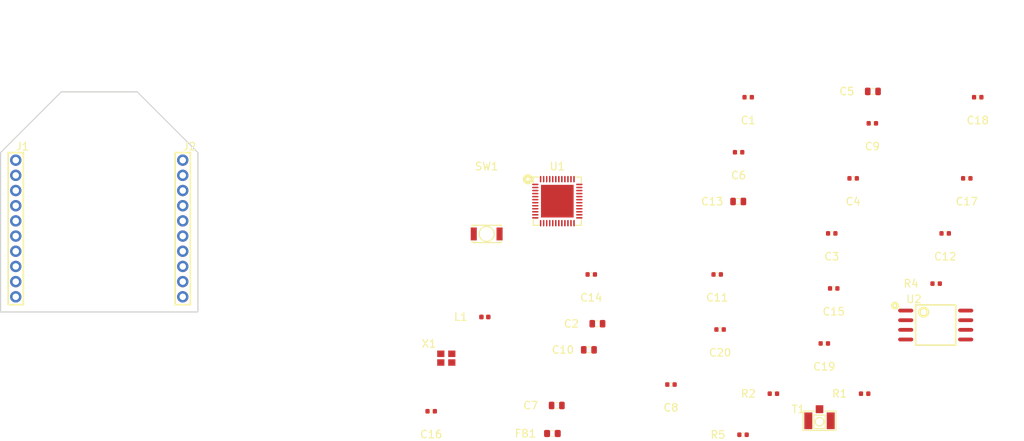
<source format=kicad_pcb>
(kicad_pcb (version 20160815) (host pcbnew "(2016-09-14 revision 83ed3c9)-makepkg")

  (general
    (links 92)
    (no_connects 92)
    (area 107.924999 41.924999 134.075001 71.075001)
    (thickness 1.6)
    (drawings 7)
    (tracks 0)
    (zones 0)
    (modules 33)
    (nets 47)
  )

  (page A4)
  (layers
    (0 F.Cu signal)
    (31 B.Cu signal)
    (32 B.Adhes user)
    (33 F.Adhes user)
    (34 B.Paste user)
    (35 F.Paste user)
    (36 B.SilkS user)
    (37 F.SilkS user)
    (38 B.Mask user)
    (39 F.Mask user)
    (40 Dwgs.User user)
    (41 Cmts.User user)
    (42 Eco1.User user)
    (43 Eco2.User user)
    (44 Edge.Cuts user)
    (45 Margin user)
    (46 B.CrtYd user)
    (47 F.CrtYd user)
    (48 B.Fab user)
    (49 F.Fab user)
  )

  (setup
    (last_trace_width 0.25)
    (trace_clearance 0.2)
    (zone_clearance 0.508)
    (zone_45_only no)
    (trace_min 0.2)
    (segment_width 0.2)
    (edge_width 0.15)
    (via_size 0.8)
    (via_drill 0.4)
    (via_min_size 0.4)
    (via_min_drill 0.3)
    (uvia_size 0.3)
    (uvia_drill 0.1)
    (uvias_allowed no)
    (uvia_min_size 0.2)
    (uvia_min_drill 0.1)
    (pcb_text_width 0.3)
    (pcb_text_size 1.5 1.5)
    (mod_edge_width 0.15)
    (mod_text_size 1.5 1.5)
    (mod_text_width 0.05)
    (pad_size 1.524 1.524)
    (pad_drill 0.762)
    (pad_to_mask_clearance 0.2)
    (aux_axis_origin 0 0)
    (visible_elements FFFFFF7F)
    (pcbplotparams
      (layerselection 0x00030_ffffffff)
      (usegerberextensions false)
      (excludeedgelayer true)
      (linewidth 0.100000)
      (plotframeref false)
      (viasonmask false)
      (mode 1)
      (useauxorigin false)
      (hpglpennumber 1)
      (hpglpenspeed 20)
      (hpglpendiameter 15)
      (psnegative false)
      (psa4output false)
      (plotreference true)
      (plotvalue true)
      (plotinvisibletext false)
      (padsonsilk false)
      (subtractmaskfromsilk false)
      (outputformat 1)
      (mirror false)
      (drillshape 1)
      (scaleselection 1)
      (outputdirectory ""))
  )

  (net 0 "")
  (net 1 +3V3)
  (net 2 /SD2)
  (net 3 /CLK)
  (net 4 /SD1)
  (net 5 GND)
  (net 6 /SD3)
  (net 7 /SDO)
  (net 8 /CS)
  (net 9 "Net-(C1-Pad1)")
  (net 10 "Net-(C1-Pad2)")
  (net 11 /Reset_CH_PU)
  (net 12 /ANT)
  (net 13 /GPIO2)
  (net 14 /GPIO0)
  (net 15 /PWR_IN)
  (net 16 /GPIO21)
  (net 17 /UART_CTS_GPIO19)
  (net 18 /GPIO15)
  (net 19 /GPIO13)
  (net 20 /GPIO12)
  (net 21 /GPIO14)
  (net 22 /Status_GPIO23)
  (net 23 "Net-(J2-Pad7)")
  (net 24 /TX_LED_GPIO21)
  (net 25 "Net-(J1-Pad9)")
  (net 26 /GPIO4)
  (net 27 /GPIO5)
  (net 28 /UART_TX)
  (net 29 /UART_RX)
  (net 30 "Net-(C6-Pad1)")
  (net 31 "Net-(C11-Pad1)")
  (net 32 "Net-(C10-Pad2)")
  (net 33 /LNA)
  (net 34 "Net-(C14-Pad1)")
  (net 35 "Net-(C14-Pad2)")
  (net 36 "Net-(C16-Pad1)")
  (net 37 "Net-(C16-Pad2)")
  (net 38 "Net-(U1-Pad13)")
  (net 39 "Net-(U1-Pad14)")
  (net 40 "Net-(U1-Pad15)")
  (net 41 "Net-(U1-Pad16)")
  (net 42 "Net-(U1-Pad25)")
  (net 43 "Net-(U1-Pad27)")
  (net 44 "Net-(U1-Pad10)")
  (net 45 "Net-(U1-Pad11)")
  (net 46 "Net-(U1-Pad12)")

  (net_class Default "This is the default net class."
    (clearance 0.2)
    (trace_width 0.25)
    (via_dia 0.8)
    (via_drill 0.4)
    (uvia_dia 0.3)
    (uvia_drill 0.1)
    (diff_pair_gap 0.25)
    (diff_pair_width 0.2)
    (add_net +3V3)
    (add_net /ANT)
    (add_net /CLK)
    (add_net /CS)
    (add_net /GPIO0)
    (add_net /GPIO12)
    (add_net /GPIO13)
    (add_net /GPIO14)
    (add_net /GPIO15)
    (add_net /GPIO2)
    (add_net /GPIO21)
    (add_net /GPIO4)
    (add_net /GPIO5)
    (add_net /LNA)
    (add_net /PWR_IN)
    (add_net /Reset_CH_PU)
    (add_net /SD1)
    (add_net /SD2)
    (add_net /SD3)
    (add_net /SDO)
    (add_net /Status_GPIO23)
    (add_net /TX_LED_GPIO21)
    (add_net /UART_CTS_GPIO19)
    (add_net /UART_RX)
    (add_net /UART_TX)
    (add_net GND)
    (add_net "Net-(C1-Pad1)")
    (add_net "Net-(C1-Pad2)")
    (add_net "Net-(C10-Pad2)")
    (add_net "Net-(C11-Pad1)")
    (add_net "Net-(C14-Pad1)")
    (add_net "Net-(C14-Pad2)")
    (add_net "Net-(C16-Pad1)")
    (add_net "Net-(C16-Pad2)")
    (add_net "Net-(C6-Pad1)")
    (add_net "Net-(J1-Pad9)")
    (add_net "Net-(J2-Pad7)")
    (add_net "Net-(U1-Pad10)")
    (add_net "Net-(U1-Pad11)")
    (add_net "Net-(U1-Pad12)")
    (add_net "Net-(U1-Pad13)")
    (add_net "Net-(U1-Pad14)")
    (add_net "Net-(U1-Pad15)")
    (add_net "Net-(U1-Pad16)")
    (add_net "Net-(U1-Pad25)")
    (add_net "Net-(U1-Pad27)")
  )

  (module ESP32-footprints-Lib:ESP32 (layer F.Cu) (tedit 580A7C0F) (tstamp 580A8D3E)
    (at 181.325895 56.418165)
    (path /57EA407E)
    (solder_mask_margin 0.102)
    (fp_text reference U1 (at 0.017964 -4.589866) (layer F.SilkS)
      (effects (font (size 1 1) (thickness 0.15)))
    )
    (fp_text value ESP32 (at 0.017964 4.300134) (layer F.Fab)
      (effects (font (size 1 1) (thickness 0.15)))
    )
    (fp_line (start -2.395036 -3.192866) (end -3.157036 -3.192866) (layer F.SilkS) (width 0.15))
    (fp_line (start -3.157036 -3.192866) (end -3.157036 -2.430866) (layer F.SilkS) (width 0.15))
    (fp_line (start -3.157036 2.395134) (end -3.157036 3.157134) (layer F.SilkS) (width 0.15))
    (fp_line (start -3.157036 3.157134) (end -2.395036 3.157134) (layer F.SilkS) (width 0.15))
    (fp_line (start 3.192964 2.395134) (end 3.192964 3.157134) (layer F.SilkS) (width 0.15))
    (fp_line (start 3.192964 3.157134) (end 2.430964 3.157134) (layer F.SilkS) (width 0.15))
    (fp_line (start 2.430964 -3.192866) (end 3.192964 -3.192866) (layer F.SilkS) (width 0.15))
    (fp_line (start 3.192964 -3.192866) (end 3.192964 -2.430866) (layer F.SilkS) (width 0.15))
    (fp_circle (center -3.85 -2.9) (end -3.95 -3.1) (layer F.SilkS) (width 0.45))
    (pad 13 smd oval (at -2.182036 2.882134) (size 0.2 0.85) (layers F.Cu F.Paste F.Mask)
      (net 38 "Net-(U1-Pad13)"))
    (pad 14 smd oval (at -1.782036 2.882134) (size 0.2 0.85) (layers F.Cu F.Paste F.Mask)
      (net 39 "Net-(U1-Pad14)"))
    (pad 15 smd oval (at -1.382036 2.882134) (size 0.2 0.85) (layers F.Cu F.Paste F.Mask)
      (net 40 "Net-(U1-Pad15)"))
    (pad 16 smd oval (at -0.982036 2.882134) (size 0.2 0.85) (layers F.Cu F.Paste F.Mask)
      (net 41 "Net-(U1-Pad16)"))
    (pad 17 smd oval (at -0.582036 2.882134) (size 0.2 0.85) (layers F.Cu F.Paste F.Mask)
      (net 21 /GPIO14))
    (pad 18 smd oval (at -0.182036 2.882134) (size 0.2 0.85) (layers F.Cu F.Paste F.Mask)
      (net 20 /GPIO12))
    (pad 19 smd oval (at 0.217964 2.882134) (size 0.2 0.85) (layers F.Cu F.Paste F.Mask)
      (net 1 +3V3))
    (pad 20 smd oval (at 0.617964 2.882134) (size 0.2 0.85) (layers F.Cu F.Paste F.Mask)
      (net 19 /GPIO13))
    (pad 21 smd oval (at 1.017964 2.882134) (size 0.2 0.85) (layers F.Cu F.Paste F.Mask)
      (net 18 /GPIO15))
    (pad 22 smd oval (at 1.417964 2.882134) (size 0.2 0.85) (layers F.Cu F.Paste F.Mask)
      (net 13 /GPIO2))
    (pad 23 smd oval (at 1.817964 2.882134) (size 0.2 0.85) (layers F.Cu F.Paste F.Mask)
      (net 14 /GPIO0))
    (pad 25 smd oval (at 2.917964 2.182134) (size 0.85 0.2) (layers F.Cu F.Paste F.Mask)
      (net 42 "Net-(U1-Pad25)"))
    (pad 26 smd oval (at 2.917964 1.782134) (size 0.85 0.2) (layers F.Cu F.Paste F.Mask)
      (net 1 +3V3))
    (pad 27 smd oval (at 2.917964 1.382134) (size 0.85 0.2) (layers F.Cu F.Paste F.Mask)
      (net 43 "Net-(U1-Pad27)"))
    (pad 28 smd oval (at 2.917964 0.982134) (size 0.85 0.2) (layers F.Cu F.Paste F.Mask)
      (net 2 /SD2))
    (pad 29 smd oval (at 2.917964 0.582134) (size 0.85 0.2) (layers F.Cu F.Paste F.Mask)
      (net 6 /SD3))
    (pad 30 smd oval (at 2.917964 0.182134) (size 0.85 0.2) (layers F.Cu F.Paste F.Mask)
      (net 8 /CS))
    (pad 31 smd oval (at 2.917964 -0.217866) (size 0.85 0.2) (layers F.Cu F.Paste F.Mask)
      (net 3 /CLK))
    (pad 32 smd oval (at 2.917964 -0.617866) (size 0.85 0.2) (layers F.Cu F.Paste F.Mask)
      (net 7 /SDO))
    (pad 33 smd oval (at 2.917964 -1.017866) (size 0.85 0.2) (layers F.Cu F.Paste F.Mask)
      (net 4 /SD1))
    (pad 34 smd oval (at 2.917964 -1.417866) (size 0.85 0.2) (layers F.Cu F.Paste F.Mask)
      (net 27 /GPIO5))
    (pad 35 smd oval (at 2.917964 -1.817866) (size 0.85 0.2) (layers F.Cu F.Paste F.Mask)
      (net 24 /TX_LED_GPIO21))
    (pad 37 smd oval (at 2.217964 -2.917866) (size 0.2 0.85) (layers F.Cu F.Paste F.Mask)
      (net 1 +3V3))
    (pad 38 smd oval (at 1.817964 -2.917866) (size 0.2 0.85) (layers F.Cu F.Paste F.Mask)
      (net 17 /UART_CTS_GPIO19))
    (pad 39 smd oval (at 1.417964 -2.917866) (size 0.2 0.85) (layers F.Cu F.Paste F.Mask)
      (net 17 /UART_CTS_GPIO19))
    (pad 40 smd oval (at 1.017964 -2.917866) (size 0.2 0.85) (layers F.Cu F.Paste F.Mask)
      (net 29 /UART_RX))
    (pad 41 smd oval (at 0.617964 -2.917866) (size 0.2 0.85) (layers F.Cu F.Paste F.Mask)
      (net 28 /UART_TX))
    (pad 42 smd oval (at 0.217964 -2.917866) (size 0.2 0.85) (layers F.Cu F.Paste F.Mask)
      (net 16 /GPIO21))
    (pad 43 smd oval (at -0.182036 -2.917866) (size 0.2 0.85) (layers F.Cu F.Paste F.Mask)
      (net 1 +3V3))
    (pad 44 smd oval (at -0.582036 -2.917866) (size 0.2 0.85) (layers F.Cu F.Paste F.Mask)
      (net 30 "Net-(C6-Pad1)"))
    (pad 45 smd oval (at -0.982036 -2.917866) (size 0.2 0.85) (layers F.Cu F.Paste F.Mask)
      (net 31 "Net-(C11-Pad1)"))
    (pad 46 smd oval (at -1.382036 -2.917866) (size 0.2 0.85) (layers F.Cu F.Paste F.Mask)
      (net 1 +3V3))
    (pad 47 smd oval (at -1.782036 -2.917866) (size 0.2 0.85) (layers F.Cu F.Paste F.Mask)
      (net 9 "Net-(C1-Pad1)"))
    (pad 1 smd oval (at -2.882036 -2.217866) (size 0.85 0.2) (layers F.Cu F.Paste F.Mask)
      (net 1 +3V3))
    (pad 2 smd oval (at -2.882036 -1.817866) (size 0.85 0.2) (layers F.Cu F.Paste F.Mask)
      (net 33 /LNA))
    (pad 3 smd oval (at -2.882036 -1.417866) (size 0.85 0.2) (layers F.Cu F.Paste F.Mask)
      (net 1 +3V3))
    (pad 4 smd oval (at -2.882036 -1.017866) (size 0.85 0.2) (layers F.Cu F.Paste F.Mask)
      (net 1 +3V3))
    (pad 5 smd oval (at -2.882036 -0.617866) (size 0.85 0.2) (layers F.Cu F.Paste F.Mask)
      (net 36 "Net-(C16-Pad1)"))
    (pad 6 smd oval (at -2.882036 -0.217866) (size 0.85 0.2) (layers F.Cu F.Paste F.Mask)
      (net 37 "Net-(C16-Pad2)"))
    (pad 7 smd oval (at -2.882036 0.182134) (size 0.85 0.2) (layers F.Cu F.Paste F.Mask)
      (net 34 "Net-(C14-Pad1)"))
    (pad 8 smd oval (at -2.882036 0.582134) (size 0.85 0.2) (layers F.Cu F.Paste F.Mask)
      (net 35 "Net-(C14-Pad2)"))
    (pad 9 smd oval (at -2.882036 0.982134) (size 0.85 0.2) (layers F.Cu F.Paste F.Mask)
      (net 11 /Reset_CH_PU))
    (pad 10 smd oval (at -2.882036 1.382134) (size 0.85 0.2) (layers F.Cu F.Paste F.Mask)
      (net 44 "Net-(U1-Pad10)"))
    (pad 11 smd oval (at -2.882036 1.782134) (size 0.85 0.2) (layers F.Cu F.Paste F.Mask)
      (net 45 "Net-(U1-Pad11)"))
    (pad 12 smd oval (at -2.882036 2.182134) (size 0.85 0.2) (layers F.Cu F.Paste F.Mask)
      (net 46 "Net-(U1-Pad12)"))
    (pad 49 smd rect (at 0.017964 -0.017866) (size 4.3 4.3) (layers F.Cu F.Paste F.Mask)
      (net 5 GND) (solder_mask_margin 0.102))
    (pad 48 smd oval (at -2.182036 -2.917866) (size 0.2 0.85) (layers F.Cu F.Paste F.Mask)
      (net 10 "Net-(C1-Pad2)"))
    (pad 36 smd oval (at 2.917964 -2.217866) (size 0.85 0.2) (layers F.Cu F.Paste F.Mask)
      (net 22 /Status_GPIO23))
    (pad 24 smd oval (at 2.217964 2.882134) (size 0.2 0.85) (layers F.Cu F.Paste F.Mask)
      (net 26 /GPIO4))
    (model "C:/Users/adam/Documents/GitHub/footprints/3D/STEP/User Library-QFN48_7x7.step"
      (at (xyz 0 0 0))
      (scale (xyz 0.9 1 0.9))
      (rotate (xyz -90 0 90))
    )
  )

  (module PCB_Footprints:1909763-1 (layer F.Cu) (tedit 580A7C0F) (tstamp 580A8CE7)
    (at 215.885858 85.332299)
    (path /5800FB24)
    (fp_text reference T1 (at -2.794 -1.524) (layer F.SilkS)
      (effects (font (size 1 1) (thickness 0.15)))
    )
    (fp_text value 1909763-1 (at 0.635 2.286) (layer F.Fab) hide
      (effects (font (size 1 1) (thickness 0.15)))
    )
    (fp_circle (center 0 0.127) (end 0.254 0.635) (layer F.SilkS) (width 0.15))
    (fp_line (start -0.762 -0.762) (end 0.762 -0.762) (layer F.SilkS) (width 0.15))
    (fp_line (start -0.762 -0.762) (end -0.762 1.016) (layer F.SilkS) (width 0.15))
    (fp_line (start -0.762 1.016) (end 0.762 1.016) (layer F.SilkS) (width 0.15))
    (fp_line (start 0.762 1.016) (end 0.762 -0.762) (layer F.SilkS) (width 0.15))
    (fp_line (start 0.635 -1.27) (end 2.159 -1.27) (layer F.SilkS) (width 0.15))
    (fp_line (start 2.159 -1.27) (end 2.159 1.27) (layer F.SilkS) (width 0.15))
    (fp_line (start 2.159 1.27) (end 1.524 1.27) (layer F.SilkS) (width 0.15))
    (fp_line (start 1.524 1.27) (end -2.159 1.27) (layer F.SilkS) (width 0.15))
    (fp_line (start -2.159 1.27) (end -2.159 -1.27) (layer F.SilkS) (width 0.15))
    (fp_line (start -2.159 -1.27) (end -0.635 -1.27) (layer F.SilkS) (width 0.15))
    (pad 2 smd rect (at -1.475 0) (size 1.05 2.2) (layers F.Cu F.Paste F.Mask)
      (net 5 GND) (solder_mask_margin 0.102))
    (pad 2 smd rect (at 1.475 0) (size 1.05 2.2) (layers F.Cu F.Paste F.Mask)
      (net 5 GND) (solder_mask_margin 0.102))
    (pad 1 smd rect (at 0 -1.525) (size 1 1.05) (layers F.Cu F.Paste F.Mask)
      (net 12 /ANT) (solder_mask_margin 0.102))
    (model C:/Users/adam/Documents/GitHub/footprints/3D/STEP/c-1909763-1-b-3d.stp
      (at (xyz 0 0 0.04921259842519685))
      (scale (xyz 1 1 1))
      (rotate (xyz 0 0 0))
    )
  )

  (module PCB_Footprints:B3U-1000P (layer F.Cu) (tedit 580A7C0F) (tstamp 580A8CBD)
    (at 172.036096 60.718299)
    (path /58075CE8)
    (fp_text reference SW1 (at 0 -8.89) (layer F.SilkS)
      (effects (font (size 1 1) (thickness 0.15)))
    )
    (fp_text value B3U-1000P (at 0 7.62) (layer F.Fab)
      (effects (font (size 1 1) (thickness 0.15)))
    )
    (fp_circle (center 0 0) (end 0.635 0.762) (layer F.SilkS) (width 0.15))
    (fp_line (start 1.905 0.889) (end 1.905 1.143) (layer F.SilkS) (width 0.15))
    (fp_line (start 1.905 1.143) (end -1.905 1.143) (layer F.SilkS) (width 0.15))
    (fp_line (start -1.905 1.143) (end -1.905 0.889) (layer F.SilkS) (width 0.15))
    (fp_line (start -1.905 -0.889) (end -1.905 -1.143) (layer F.SilkS) (width 0.15))
    (fp_line (start -1.905 -1.143) (end 1.905 -1.143) (layer F.SilkS) (width 0.15))
    (fp_line (start 1.905 -1.143) (end 1.905 -0.889) (layer F.SilkS) (width 0.15))
    (pad 1 smd rect (at -1.7 0) (size 0.8 1.7) (layers F.Cu F.Paste F.Mask)
      (net 5 GND) (solder_mask_margin 0.102))
    (pad 2 smd rect (at 1.7 0) (size 0.8 1.7) (layers F.Cu F.Paste F.Mask)
      (net 11 /Reset_CH_PU) (solder_mask_margin 0.102))
    (model C:/Users/adam/Documents/GitHub/footprints/3D/STEP/B3U_1000P[].step
      (at (xyz 0 0 0.0003937007874015749))
      (scale (xyz 1 1 1))
      (rotate (xyz -90 0 0))
    )
  )

  (module PCB_Footprints:BLM15HG601SN1D (layer F.Cu) (tedit 580A7C0F) (tstamp 580A8C96)
    (at 171.798001 71.658299)
    (path /5804398B)
    (fp_text reference L1 (at -3.175 0) (layer F.SilkS)
      (effects (font (size 1 1) (thickness 0.15)))
    )
    (fp_text value 744901027 (at 0 -1.27) (layer F.Fab)
      (effects (font (size 1 1) (thickness 0.15)))
    )
    (fp_line (start 0.127 0) (end -0.127 0) (layer Dwgs.User) (width 0.05))
    (fp_line (start 0 -0.127) (end 0 0.127) (layer Dwgs.User) (width 0.05))
    (fp_line (start -0.9 0.5) (end 0.9 0.5) (layer Dwgs.User) (width 0.05))
    (fp_line (start -0.9 -0.5) (end -0.9 0.5) (layer Dwgs.User) (width 0.05))
    (fp_line (start 0.9 -0.5) (end -0.9 -0.5) (layer Dwgs.User) (width 0.05))
    (fp_line (start 0.9 0.5) (end 0.9 -0.5) (layer Dwgs.User) (width 0.05))
    (fp_line (start 0.127 0.254) (end -0.127 0.254) (layer F.SilkS) (width 0.06))
    (fp_line (start -0.127 -0.254) (end 0.127 -0.254) (layer F.SilkS) (width 0.06))
    (pad 2 smd roundrect (at 0.455 0) (size 0.59 0.62) (layers F.Cu F.Paste F.Mask)(roundrect_rratio 0.25)
      (net 5 GND) (solder_mask_margin 0.102))
    (pad 1 smd roundrect (at -0.455 0) (size 0.59 0.62) (layers F.Cu F.Paste F.Mask)(roundrect_rratio 0.25)
      (net 33 /LNA) (solder_mask_margin 0.102))
    (model C:/Users/adam/Documents/GitHub/footprints/3D/STEP/CAPC-0402-T0.55-BN.stp
      (at (xyz 0 0 0))
      (scale (xyz 1 1 1))
      (rotate (xyz 0 0 0))
    )
  )

  (module PCB_Footprints:C0402 (layer F.Cu) (tedit 580A7C0F) (tstamp 580A8C66)
    (at 235.286572 53.397299)
    (path /5800ED52)
    (fp_text reference C17 (at 0 3.048) (layer F.SilkS)
      (effects (font (size 1 1) (thickness 0.15)))
    )
    (fp_text value CL05B104JP5NNNC (at 0 -2.159) (layer F.Fab)
      (effects (font (size 1 1) (thickness 0.15)))
    )
    (fp_line (start 0.5 0.29) (end 0.5 -0.29) (layer Eco1.User) (width 0.05))
    (fp_line (start 0.5 -0.29) (end -0.5 -0.29) (layer Eco1.User) (width 0.05))
    (fp_line (start -0.5 -0.29) (end -0.5 0.29) (layer Eco1.User) (width 0.05))
    (fp_line (start -0.5 0.29) (end 0.5 0.29) (layer Eco1.User) (width 0.05))
    (fp_line (start 0.127 0) (end -0.127 0) (layer Dwgs.User) (width 0.05))
    (fp_line (start 0 -0.127) (end 0 0.127) (layer Dwgs.User) (width 0.05))
    (fp_line (start -0.965 -0.508) (end -0.965 0.508) (layer Dwgs.User) (width 0.05))
    (fp_line (start -0.965 0.508) (end 0.965 0.508) (layer Dwgs.User) (width 0.05))
    (fp_line (start 0.965 -0.508) (end 0.965 0.508) (layer Dwgs.User) (width 0.05))
    (fp_line (start -0.965 -0.508) (end 0.965 -0.508) (layer Dwgs.User) (width 0.05))
    (fp_line (start -0.127 0.254) (end 0.127 0.254) (layer F.SilkS) (width 0.1))
    (fp_line (start -0.127 -0.254) (end 0.127 -0.254) (layer F.SilkS) (width 0.1))
    (pad 2 smd roundrect (at 0.483 0) (size 0.559 0.61) (layers F.Cu F.Paste F.Mask)(roundrect_rratio 0.25)
      (net 5 GND) (solder_mask_margin 0.102))
    (pad 1 smd roundrect (at -0.483 0) (size 0.559 0.61) (layers F.Cu F.Paste F.Mask)(roundrect_rratio 0.25)
      (net 1 +3V3) (solder_mask_margin 0.102))
    (model C:/Users/adam/Documents/GitHub/footprints/3D/STEP/CAPC-0402-T0.55-BN.stp
      (at (xyz 0 0 0))
      (scale (xyz 1 1 1))
      (rotate (xyz 0 0 0))
    )
  )

  (module PCB_Footprints:C0402 (layer F.Cu) (tedit 580A7C0F) (tstamp 580A8C32)
    (at 164.726572 84.077299)
    (path /5802A96F)
    (fp_text reference C16 (at 0 3.048) (layer F.SilkS)
      (effects (font (size 1 1) (thickness 0.15)))
    )
    (fp_text value GRM1555C1H271FA01D (at 0 -2.159) (layer F.Fab)
      (effects (font (size 1 1) (thickness 0.15)))
    )
    (fp_line (start -0.127 -0.254) (end 0.127 -0.254) (layer F.SilkS) (width 0.1))
    (fp_line (start -0.127 0.254) (end 0.127 0.254) (layer F.SilkS) (width 0.1))
    (fp_line (start -0.965 -0.508) (end 0.965 -0.508) (layer Dwgs.User) (width 0.05))
    (fp_line (start 0.965 -0.508) (end 0.965 0.508) (layer Dwgs.User) (width 0.05))
    (fp_line (start -0.965 0.508) (end 0.965 0.508) (layer Dwgs.User) (width 0.05))
    (fp_line (start -0.965 -0.508) (end -0.965 0.508) (layer Dwgs.User) (width 0.05))
    (fp_line (start 0 -0.127) (end 0 0.127) (layer Dwgs.User) (width 0.05))
    (fp_line (start 0.127 0) (end -0.127 0) (layer Dwgs.User) (width 0.05))
    (fp_line (start -0.5 0.29) (end 0.5 0.29) (layer Eco1.User) (width 0.05))
    (fp_line (start -0.5 -0.29) (end -0.5 0.29) (layer Eco1.User) (width 0.05))
    (fp_line (start 0.5 -0.29) (end -0.5 -0.29) (layer Eco1.User) (width 0.05))
    (fp_line (start 0.5 0.29) (end 0.5 -0.29) (layer Eco1.User) (width 0.05))
    (pad 1 smd roundrect (at -0.483 0) (size 0.559 0.61) (layers F.Cu F.Paste F.Mask)(roundrect_rratio 0.25)
      (net 36 "Net-(C16-Pad1)") (solder_mask_margin 0.102))
    (pad 2 smd roundrect (at 0.483 0) (size 0.559 0.61) (layers F.Cu F.Paste F.Mask)(roundrect_rratio 0.25)
      (net 37 "Net-(C16-Pad2)") (solder_mask_margin 0.102))
    (model C:/Users/adam/Documents/GitHub/footprints/3D/STEP/CAPC-0402-T0.55-BN.stp
      (at (xyz 0 0 0))
      (scale (xyz 1 1 1))
      (rotate (xyz 0 0 0))
    )
  )

  (module PCB_Footprints:C0402 (layer F.Cu) (tedit 580A7C0F) (tstamp 580A8BFE)
    (at 217.756572 67.897299)
    (path /580BF4F2)
    (fp_text reference C15 (at 0 3.048) (layer F.SilkS)
      (effects (font (size 1 1) (thickness 0.15)))
    )
    (fp_text value CL05B104JP5NNNC (at 0 -2.159) (layer F.Fab)
      (effects (font (size 1 1) (thickness 0.15)))
    )
    (fp_line (start 0.5 0.29) (end 0.5 -0.29) (layer Eco1.User) (width 0.05))
    (fp_line (start 0.5 -0.29) (end -0.5 -0.29) (layer Eco1.User) (width 0.05))
    (fp_line (start -0.5 -0.29) (end -0.5 0.29) (layer Eco1.User) (width 0.05))
    (fp_line (start -0.5 0.29) (end 0.5 0.29) (layer Eco1.User) (width 0.05))
    (fp_line (start 0.127 0) (end -0.127 0) (layer Dwgs.User) (width 0.05))
    (fp_line (start 0 -0.127) (end 0 0.127) (layer Dwgs.User) (width 0.05))
    (fp_line (start -0.965 -0.508) (end -0.965 0.508) (layer Dwgs.User) (width 0.05))
    (fp_line (start -0.965 0.508) (end 0.965 0.508) (layer Dwgs.User) (width 0.05))
    (fp_line (start 0.965 -0.508) (end 0.965 0.508) (layer Dwgs.User) (width 0.05))
    (fp_line (start -0.965 -0.508) (end 0.965 -0.508) (layer Dwgs.User) (width 0.05))
    (fp_line (start -0.127 0.254) (end 0.127 0.254) (layer F.SilkS) (width 0.1))
    (fp_line (start -0.127 -0.254) (end 0.127 -0.254) (layer F.SilkS) (width 0.1))
    (pad 2 smd roundrect (at 0.483 0) (size 0.559 0.61) (layers F.Cu F.Paste F.Mask)(roundrect_rratio 0.25)
      (net 32 "Net-(C10-Pad2)") (solder_mask_margin 0.102))
    (pad 1 smd roundrect (at -0.483 0) (size 0.559 0.61) (layers F.Cu F.Paste F.Mask)(roundrect_rratio 0.25)
      (net 1 +3V3) (solder_mask_margin 0.102))
    (model C:/Users/adam/Documents/GitHub/footprints/3D/STEP/CAPC-0402-T0.55-BN.stp
      (at (xyz 0 0 0))
      (scale (xyz 1 1 1))
      (rotate (xyz 0 0 0))
    )
  )

  (module PCB_Footprints:C0402 (layer F.Cu) (tedit 580A7C0F) (tstamp 580A8BCA)
    (at 185.816572 66.057299)
    (path /5802B8FB)
    (fp_text reference C14 (at 0 3.048) (layer F.SilkS)
      (effects (font (size 1 1) (thickness 0.15)))
    )
    (fp_text value GRM1555C1H271FA01D (at 0 -2.159) (layer F.Fab)
      (effects (font (size 1 1) (thickness 0.15)))
    )
    (fp_line (start -0.127 -0.254) (end 0.127 -0.254) (layer F.SilkS) (width 0.1))
    (fp_line (start -0.127 0.254) (end 0.127 0.254) (layer F.SilkS) (width 0.1))
    (fp_line (start -0.965 -0.508) (end 0.965 -0.508) (layer Dwgs.User) (width 0.05))
    (fp_line (start 0.965 -0.508) (end 0.965 0.508) (layer Dwgs.User) (width 0.05))
    (fp_line (start -0.965 0.508) (end 0.965 0.508) (layer Dwgs.User) (width 0.05))
    (fp_line (start -0.965 -0.508) (end -0.965 0.508) (layer Dwgs.User) (width 0.05))
    (fp_line (start 0 -0.127) (end 0 0.127) (layer Dwgs.User) (width 0.05))
    (fp_line (start 0.127 0) (end -0.127 0) (layer Dwgs.User) (width 0.05))
    (fp_line (start -0.5 0.29) (end 0.5 0.29) (layer Eco1.User) (width 0.05))
    (fp_line (start -0.5 -0.29) (end -0.5 0.29) (layer Eco1.User) (width 0.05))
    (fp_line (start 0.5 -0.29) (end -0.5 -0.29) (layer Eco1.User) (width 0.05))
    (fp_line (start 0.5 0.29) (end 0.5 -0.29) (layer Eco1.User) (width 0.05))
    (pad 1 smd roundrect (at -0.483 0) (size 0.559 0.61) (layers F.Cu F.Paste F.Mask)(roundrect_rratio 0.25)
      (net 34 "Net-(C14-Pad1)") (solder_mask_margin 0.102))
    (pad 2 smd roundrect (at 0.483 0) (size 0.559 0.61) (layers F.Cu F.Paste F.Mask)(roundrect_rratio 0.25)
      (net 35 "Net-(C14-Pad2)") (solder_mask_margin 0.102))
    (model C:/Users/adam/Documents/GitHub/footprints/3D/STEP/CAPC-0402-T0.55-BN.stp
      (at (xyz 0 0 0))
      (scale (xyz 1 1 1))
      (rotate (xyz 0 0 0))
    )
  )

  (module PCB_Footprints:C0402 (layer F.Cu) (tedit 580A7C0F) (tstamp 580A8B96)
    (at 232.442763 60.647299)
    (path /580BF5D3)
    (fp_text reference C12 (at 0 3.048) (layer F.SilkS)
      (effects (font (size 1 1) (thickness 0.15)))
    )
    (fp_text value CL05A105KA5NQNC (at 0 -2.159) (layer F.Fab)
      (effects (font (size 1 1) (thickness 0.15)))
    )
    (fp_line (start 0.5 0.29) (end 0.5 -0.29) (layer Eco1.User) (width 0.05))
    (fp_line (start 0.5 -0.29) (end -0.5 -0.29) (layer Eco1.User) (width 0.05))
    (fp_line (start -0.5 -0.29) (end -0.5 0.29) (layer Eco1.User) (width 0.05))
    (fp_line (start -0.5 0.29) (end 0.5 0.29) (layer Eco1.User) (width 0.05))
    (fp_line (start 0.127 0) (end -0.127 0) (layer Dwgs.User) (width 0.05))
    (fp_line (start 0 -0.127) (end 0 0.127) (layer Dwgs.User) (width 0.05))
    (fp_line (start -0.965 -0.508) (end -0.965 0.508) (layer Dwgs.User) (width 0.05))
    (fp_line (start -0.965 0.508) (end 0.965 0.508) (layer Dwgs.User) (width 0.05))
    (fp_line (start 0.965 -0.508) (end 0.965 0.508) (layer Dwgs.User) (width 0.05))
    (fp_line (start -0.965 -0.508) (end 0.965 -0.508) (layer Dwgs.User) (width 0.05))
    (fp_line (start -0.127 0.254) (end 0.127 0.254) (layer F.SilkS) (width 0.1))
    (fp_line (start -0.127 -0.254) (end 0.127 -0.254) (layer F.SilkS) (width 0.1))
    (pad 2 smd roundrect (at 0.483 0) (size 0.559 0.61) (layers F.Cu F.Paste F.Mask)(roundrect_rratio 0.25)
      (net 32 "Net-(C10-Pad2)") (solder_mask_margin 0.102))
    (pad 1 smd roundrect (at -0.483 0) (size 0.559 0.61) (layers F.Cu F.Paste F.Mask)(roundrect_rratio 0.25)
      (net 1 +3V3) (solder_mask_margin 0.102))
    (model C:/Users/adam/Documents/GitHub/footprints/3D/STEP/CAPC-0402-T0.55-BN.stp
      (at (xyz 0 0 0))
      (scale (xyz 1 1 1))
      (rotate (xyz 0 0 0))
    )
  )

  (module PCB_Footprints:C0402 (layer F.Cu) (tedit 580A7C0F) (tstamp 580A8B62)
    (at 202.40562 66.057299)
    (path /57EA8289)
    (fp_text reference C11 (at 0 3.048) (layer F.SilkS)
      (effects (font (size 1 1) (thickness 0.15)))
    )
    (fp_text value CL05C090CB5NNNC (at 0 -2.159) (layer F.Fab)
      (effects (font (size 1 1) (thickness 0.15)))
    )
    (fp_line (start -0.127 -0.254) (end 0.127 -0.254) (layer F.SilkS) (width 0.1))
    (fp_line (start -0.127 0.254) (end 0.127 0.254) (layer F.SilkS) (width 0.1))
    (fp_line (start -0.965 -0.508) (end 0.965 -0.508) (layer Dwgs.User) (width 0.05))
    (fp_line (start 0.965 -0.508) (end 0.965 0.508) (layer Dwgs.User) (width 0.05))
    (fp_line (start -0.965 0.508) (end 0.965 0.508) (layer Dwgs.User) (width 0.05))
    (fp_line (start -0.965 -0.508) (end -0.965 0.508) (layer Dwgs.User) (width 0.05))
    (fp_line (start 0 -0.127) (end 0 0.127) (layer Dwgs.User) (width 0.05))
    (fp_line (start 0.127 0) (end -0.127 0) (layer Dwgs.User) (width 0.05))
    (fp_line (start -0.5 0.29) (end 0.5 0.29) (layer Eco1.User) (width 0.05))
    (fp_line (start -0.5 -0.29) (end -0.5 0.29) (layer Eco1.User) (width 0.05))
    (fp_line (start 0.5 -0.29) (end -0.5 -0.29) (layer Eco1.User) (width 0.05))
    (fp_line (start 0.5 0.29) (end 0.5 -0.29) (layer Eco1.User) (width 0.05))
    (pad 1 smd roundrect (at -0.483 0) (size 0.559 0.61) (layers F.Cu F.Paste F.Mask)(roundrect_rratio 0.25)
      (net 31 "Net-(C11-Pad1)") (solder_mask_margin 0.102))
    (pad 2 smd roundrect (at 0.483 0) (size 0.559 0.61) (layers F.Cu F.Paste F.Mask)(roundrect_rratio 0.25)
      (net 5 GND) (solder_mask_margin 0.102))
    (model C:/Users/adam/Documents/GitHub/footprints/3D/STEP/CAPC-0402-T0.55-BN.stp
      (at (xyz 0 0 0))
      (scale (xyz 1 1 1))
      (rotate (xyz 0 0 0))
    )
  )

  (module PCB_Footprints:C0402 (layer F.Cu) (tedit 580A7C0F) (tstamp 580A8B2E)
    (at 216.518477 75.147299)
    (path /5802A422)
    (fp_text reference C19 (at 0 3.048) (layer F.SilkS)
      (effects (font (size 1 1) (thickness 0.15)))
    )
    (fp_text value 600L2R4BT200T (at 0 -2.159) (layer F.Fab)
      (effects (font (size 1 1) (thickness 0.15)))
    )
    (fp_line (start 0.5 0.29) (end 0.5 -0.29) (layer Eco1.User) (width 0.05))
    (fp_line (start 0.5 -0.29) (end -0.5 -0.29) (layer Eco1.User) (width 0.05))
    (fp_line (start -0.5 -0.29) (end -0.5 0.29) (layer Eco1.User) (width 0.05))
    (fp_line (start -0.5 0.29) (end 0.5 0.29) (layer Eco1.User) (width 0.05))
    (fp_line (start 0.127 0) (end -0.127 0) (layer Dwgs.User) (width 0.05))
    (fp_line (start 0 -0.127) (end 0 0.127) (layer Dwgs.User) (width 0.05))
    (fp_line (start -0.965 -0.508) (end -0.965 0.508) (layer Dwgs.User) (width 0.05))
    (fp_line (start -0.965 0.508) (end 0.965 0.508) (layer Dwgs.User) (width 0.05))
    (fp_line (start 0.965 -0.508) (end 0.965 0.508) (layer Dwgs.User) (width 0.05))
    (fp_line (start -0.965 -0.508) (end 0.965 -0.508) (layer Dwgs.User) (width 0.05))
    (fp_line (start -0.127 0.254) (end 0.127 0.254) (layer F.SilkS) (width 0.1))
    (fp_line (start -0.127 -0.254) (end 0.127 -0.254) (layer F.SilkS) (width 0.1))
    (pad 2 smd roundrect (at 0.483 0) (size 0.559 0.61) (layers F.Cu F.Paste F.Mask)(roundrect_rratio 0.25)
      (net 5 GND) (solder_mask_margin 0.102))
    (pad 1 smd roundrect (at -0.483 0) (size 0.559 0.61) (layers F.Cu F.Paste F.Mask)(roundrect_rratio 0.25)
      (net 12 /ANT) (solder_mask_margin 0.102))
    (model C:/Users/adam/Documents/GitHub/footprints/3D/STEP/CAPC-0402-T0.55-BN.stp
      (at (xyz 0 0 0))
      (scale (xyz 1 1 1))
      (rotate (xyz 0 0 0))
    )
  )

  (module PCB_Footprints:C0402 (layer F.Cu) (tedit 580A7C0F) (tstamp 580A8AFA)
    (at 196.316572 80.557299)
    (path /5807C411)
    (fp_text reference C8 (at 0 3.048) (layer F.SilkS)
      (effects (font (size 1 1) (thickness 0.15)))
    )
    (fp_text value CL05B104JP5NNNC (at 0 -2.159) (layer F.Fab)
      (effects (font (size 1 1) (thickness 0.15)))
    )
    (fp_line (start -0.127 -0.254) (end 0.127 -0.254) (layer F.SilkS) (width 0.1))
    (fp_line (start -0.127 0.254) (end 0.127 0.254) (layer F.SilkS) (width 0.1))
    (fp_line (start -0.965 -0.508) (end 0.965 -0.508) (layer Dwgs.User) (width 0.05))
    (fp_line (start 0.965 -0.508) (end 0.965 0.508) (layer Dwgs.User) (width 0.05))
    (fp_line (start -0.965 0.508) (end 0.965 0.508) (layer Dwgs.User) (width 0.05))
    (fp_line (start -0.965 -0.508) (end -0.965 0.508) (layer Dwgs.User) (width 0.05))
    (fp_line (start 0 -0.127) (end 0 0.127) (layer Dwgs.User) (width 0.05))
    (fp_line (start 0.127 0) (end -0.127 0) (layer Dwgs.User) (width 0.05))
    (fp_line (start -0.5 0.29) (end 0.5 0.29) (layer Eco1.User) (width 0.05))
    (fp_line (start -0.5 -0.29) (end -0.5 0.29) (layer Eco1.User) (width 0.05))
    (fp_line (start 0.5 -0.29) (end -0.5 -0.29) (layer Eco1.User) (width 0.05))
    (fp_line (start 0.5 0.29) (end 0.5 -0.29) (layer Eco1.User) (width 0.05))
    (pad 1 smd roundrect (at -0.483 0) (size 0.559 0.61) (layers F.Cu F.Paste F.Mask)(roundrect_rratio 0.25)
      (net 11 /Reset_CH_PU) (solder_mask_margin 0.102))
    (pad 2 smd roundrect (at 0.483 0) (size 0.559 0.61) (layers F.Cu F.Paste F.Mask)(roundrect_rratio 0.25)
      (net 5 GND) (solder_mask_margin 0.102))
    (model C:/Users/adam/Documents/GitHub/footprints/3D/STEP/CAPC-0402-T0.55-BN.stp
      (at (xyz 0 0 0))
      (scale (xyz 1 1 1))
      (rotate (xyz 0 0 0))
    )
  )

  (module PCB_Footprints:C0402 (layer F.Cu) (tedit 580A7C0F) (tstamp 580A8AC6)
    (at 205.22562 49.957299)
    (path /57EA7342)
    (fp_text reference C6 (at 0 3.048) (layer F.SilkS)
      (effects (font (size 1 1) (thickness 0.15)))
    )
    (fp_text value CL05C090CB5NNNC (at 0 -2.159) (layer F.Fab)
      (effects (font (size 1 1) (thickness 0.15)))
    )
    (fp_line (start 0.5 0.29) (end 0.5 -0.29) (layer Eco1.User) (width 0.05))
    (fp_line (start 0.5 -0.29) (end -0.5 -0.29) (layer Eco1.User) (width 0.05))
    (fp_line (start -0.5 -0.29) (end -0.5 0.29) (layer Eco1.User) (width 0.05))
    (fp_line (start -0.5 0.29) (end 0.5 0.29) (layer Eco1.User) (width 0.05))
    (fp_line (start 0.127 0) (end -0.127 0) (layer Dwgs.User) (width 0.05))
    (fp_line (start 0 -0.127) (end 0 0.127) (layer Dwgs.User) (width 0.05))
    (fp_line (start -0.965 -0.508) (end -0.965 0.508) (layer Dwgs.User) (width 0.05))
    (fp_line (start -0.965 0.508) (end 0.965 0.508) (layer Dwgs.User) (width 0.05))
    (fp_line (start 0.965 -0.508) (end 0.965 0.508) (layer Dwgs.User) (width 0.05))
    (fp_line (start -0.965 -0.508) (end 0.965 -0.508) (layer Dwgs.User) (width 0.05))
    (fp_line (start -0.127 0.254) (end 0.127 0.254) (layer F.SilkS) (width 0.1))
    (fp_line (start -0.127 -0.254) (end 0.127 -0.254) (layer F.SilkS) (width 0.1))
    (pad 2 smd roundrect (at 0.483 0) (size 0.559 0.61) (layers F.Cu F.Paste F.Mask)(roundrect_rratio 0.25)
      (net 5 GND) (solder_mask_margin 0.102))
    (pad 1 smd roundrect (at -0.483 0) (size 0.559 0.61) (layers F.Cu F.Paste F.Mask)(roundrect_rratio 0.25)
      (net 30 "Net-(C6-Pad1)") (solder_mask_margin 0.102))
    (model C:/Users/adam/Documents/GitHub/footprints/3D/STEP/CAPC-0402-T0.55-BN.stp
      (at (xyz 0 0 0))
      (scale (xyz 1 1 1))
      (rotate (xyz 0 0 0))
    )
  )

  (module PCB_Footprints:C0402 (layer F.Cu) (tedit 580A7C0F) (tstamp 580A8A92)
    (at 220.316572 53.397299)
    (path /57EA46B1)
    (fp_text reference C4 (at 0 3.048) (layer F.SilkS)
      (effects (font (size 1 1) (thickness 0.15)))
    )
    (fp_text value CL05B104JP5NNNC (at 0 -2.159) (layer F.Fab)
      (effects (font (size 1 1) (thickness 0.15)))
    )
    (fp_line (start -0.127 -0.254) (end 0.127 -0.254) (layer F.SilkS) (width 0.1))
    (fp_line (start -0.127 0.254) (end 0.127 0.254) (layer F.SilkS) (width 0.1))
    (fp_line (start -0.965 -0.508) (end 0.965 -0.508) (layer Dwgs.User) (width 0.05))
    (fp_line (start 0.965 -0.508) (end 0.965 0.508) (layer Dwgs.User) (width 0.05))
    (fp_line (start -0.965 0.508) (end 0.965 0.508) (layer Dwgs.User) (width 0.05))
    (fp_line (start -0.965 -0.508) (end -0.965 0.508) (layer Dwgs.User) (width 0.05))
    (fp_line (start 0 -0.127) (end 0 0.127) (layer Dwgs.User) (width 0.05))
    (fp_line (start 0.127 0) (end -0.127 0) (layer Dwgs.User) (width 0.05))
    (fp_line (start -0.5 0.29) (end 0.5 0.29) (layer Eco1.User) (width 0.05))
    (fp_line (start -0.5 -0.29) (end -0.5 0.29) (layer Eco1.User) (width 0.05))
    (fp_line (start 0.5 -0.29) (end -0.5 -0.29) (layer Eco1.User) (width 0.05))
    (fp_line (start 0.5 0.29) (end 0.5 -0.29) (layer Eco1.User) (width 0.05))
    (pad 1 smd roundrect (at -0.483 0) (size 0.559 0.61) (layers F.Cu F.Paste F.Mask)(roundrect_rratio 0.25)
      (net 1 +3V3) (solder_mask_margin 0.102))
    (pad 2 smd roundrect (at 0.483 0) (size 0.559 0.61) (layers F.Cu F.Paste F.Mask)(roundrect_rratio 0.25)
      (net 5 GND) (solder_mask_margin 0.102))
    (model C:/Users/adam/Documents/GitHub/footprints/3D/STEP/CAPC-0402-T0.55-BN.stp
      (at (xyz 0 0 0))
      (scale (xyz 1 1 1))
      (rotate (xyz 0 0 0))
    )
  )

  (module PCB_Footprints:C0402 (layer F.Cu) (tedit 580A7C0F) (tstamp 580A8A5E)
    (at 217.496572 60.647299)
    (path /57EA5D7F)
    (fp_text reference C3 (at 0 3.048) (layer F.SilkS)
      (effects (font (size 1 1) (thickness 0.15)))
    )
    (fp_text value CL05B104JP5NNNC (at 0 -2.159) (layer F.Fab)
      (effects (font (size 1 1) (thickness 0.15)))
    )
    (fp_line (start 0.5 0.29) (end 0.5 -0.29) (layer Eco1.User) (width 0.05))
    (fp_line (start 0.5 -0.29) (end -0.5 -0.29) (layer Eco1.User) (width 0.05))
    (fp_line (start -0.5 -0.29) (end -0.5 0.29) (layer Eco1.User) (width 0.05))
    (fp_line (start -0.5 0.29) (end 0.5 0.29) (layer Eco1.User) (width 0.05))
    (fp_line (start 0.127 0) (end -0.127 0) (layer Dwgs.User) (width 0.05))
    (fp_line (start 0 -0.127) (end 0 0.127) (layer Dwgs.User) (width 0.05))
    (fp_line (start -0.965 -0.508) (end -0.965 0.508) (layer Dwgs.User) (width 0.05))
    (fp_line (start -0.965 0.508) (end 0.965 0.508) (layer Dwgs.User) (width 0.05))
    (fp_line (start 0.965 -0.508) (end 0.965 0.508) (layer Dwgs.User) (width 0.05))
    (fp_line (start -0.965 -0.508) (end 0.965 -0.508) (layer Dwgs.User) (width 0.05))
    (fp_line (start -0.127 0.254) (end 0.127 0.254) (layer F.SilkS) (width 0.1))
    (fp_line (start -0.127 -0.254) (end 0.127 -0.254) (layer F.SilkS) (width 0.1))
    (pad 2 smd roundrect (at 0.483 0) (size 0.559 0.61) (layers F.Cu F.Paste F.Mask)(roundrect_rratio 0.25)
      (net 5 GND) (solder_mask_margin 0.102))
    (pad 1 smd roundrect (at -0.483 0) (size 0.559 0.61) (layers F.Cu F.Paste F.Mask)(roundrect_rratio 0.25)
      (net 1 +3V3) (solder_mask_margin 0.102))
    (model C:/Users/adam/Documents/GitHub/footprints/3D/STEP/CAPC-0402-T0.55-BN.stp
      (at (xyz 0 0 0))
      (scale (xyz 1 1 1))
      (rotate (xyz 0 0 0))
    )
  )

  (module PCB_Footprints:C0402 (layer F.Cu) (tedit 580A7C0F) (tstamp 580A8A2A)
    (at 206.487525 42.707299)
    (path /5802BF81)
    (fp_text reference C1 (at 0 3.048) (layer F.SilkS)
      (effects (font (size 1 1) (thickness 0.15)))
    )
    (fp_text value GRM1557U1A302JA01D (at 0 -2.159) (layer F.Fab)
      (effects (font (size 1 1) (thickness 0.15)))
    )
    (fp_line (start -0.127 -0.254) (end 0.127 -0.254) (layer F.SilkS) (width 0.1))
    (fp_line (start -0.127 0.254) (end 0.127 0.254) (layer F.SilkS) (width 0.1))
    (fp_line (start -0.965 -0.508) (end 0.965 -0.508) (layer Dwgs.User) (width 0.05))
    (fp_line (start 0.965 -0.508) (end 0.965 0.508) (layer Dwgs.User) (width 0.05))
    (fp_line (start -0.965 0.508) (end 0.965 0.508) (layer Dwgs.User) (width 0.05))
    (fp_line (start -0.965 -0.508) (end -0.965 0.508) (layer Dwgs.User) (width 0.05))
    (fp_line (start 0 -0.127) (end 0 0.127) (layer Dwgs.User) (width 0.05))
    (fp_line (start 0.127 0) (end -0.127 0) (layer Dwgs.User) (width 0.05))
    (fp_line (start -0.5 0.29) (end 0.5 0.29) (layer Eco1.User) (width 0.05))
    (fp_line (start -0.5 -0.29) (end -0.5 0.29) (layer Eco1.User) (width 0.05))
    (fp_line (start 0.5 -0.29) (end -0.5 -0.29) (layer Eco1.User) (width 0.05))
    (fp_line (start 0.5 0.29) (end 0.5 -0.29) (layer Eco1.User) (width 0.05))
    (pad 1 smd roundrect (at -0.483 0) (size 0.559 0.61) (layers F.Cu F.Paste F.Mask)(roundrect_rratio 0.25)
      (net 9 "Net-(C1-Pad1)") (solder_mask_margin 0.102))
    (pad 2 smd roundrect (at 0.483 0) (size 0.559 0.61) (layers F.Cu F.Paste F.Mask)(roundrect_rratio 0.25)
      (net 10 "Net-(C1-Pad2)") (solder_mask_margin 0.102))
    (model C:/Users/adam/Documents/GitHub/footprints/3D/STEP/CAPC-0402-T0.55-BN.stp
      (at (xyz 0 0 0))
      (scale (xyz 1 1 1))
      (rotate (xyz 0 0 0))
    )
  )

  (module PCB_Footprints:C0402 (layer F.Cu) (tedit 580A7C0F) (tstamp 580A89F6)
    (at 222.846572 46.147299)
    (path /57EA450D)
    (fp_text reference C9 (at 0 3.048) (layer F.SilkS)
      (effects (font (size 1 1) (thickness 0.15)))
    )
    (fp_text value CL05B104JP5NNNC (at 0 -2.159) (layer F.Fab)
      (effects (font (size 1 1) (thickness 0.15)))
    )
    (fp_line (start 0.5 0.29) (end 0.5 -0.29) (layer Eco1.User) (width 0.05))
    (fp_line (start 0.5 -0.29) (end -0.5 -0.29) (layer Eco1.User) (width 0.05))
    (fp_line (start -0.5 -0.29) (end -0.5 0.29) (layer Eco1.User) (width 0.05))
    (fp_line (start -0.5 0.29) (end 0.5 0.29) (layer Eco1.User) (width 0.05))
    (fp_line (start 0.127 0) (end -0.127 0) (layer Dwgs.User) (width 0.05))
    (fp_line (start 0 -0.127) (end 0 0.127) (layer Dwgs.User) (width 0.05))
    (fp_line (start -0.965 -0.508) (end -0.965 0.508) (layer Dwgs.User) (width 0.05))
    (fp_line (start -0.965 0.508) (end 0.965 0.508) (layer Dwgs.User) (width 0.05))
    (fp_line (start 0.965 -0.508) (end 0.965 0.508) (layer Dwgs.User) (width 0.05))
    (fp_line (start -0.965 -0.508) (end 0.965 -0.508) (layer Dwgs.User) (width 0.05))
    (fp_line (start -0.127 0.254) (end 0.127 0.254) (layer F.SilkS) (width 0.1))
    (fp_line (start -0.127 -0.254) (end 0.127 -0.254) (layer F.SilkS) (width 0.1))
    (pad 2 smd roundrect (at 0.483 0) (size 0.559 0.61) (layers F.Cu F.Paste F.Mask)(roundrect_rratio 0.25)
      (net 5 GND) (solder_mask_margin 0.102))
    (pad 1 smd roundrect (at -0.483 0) (size 0.559 0.61) (layers F.Cu F.Paste F.Mask)(roundrect_rratio 0.25)
      (net 1 +3V3) (solder_mask_margin 0.102))
    (model C:/Users/adam/Documents/GitHub/footprints/3D/STEP/CAPC-0402-T0.55-BN.stp
      (at (xyz 0 0 0))
      (scale (xyz 1 1 1))
      (rotate (xyz 0 0 0))
    )
  )

  (module PCB_Footprints:C0402 (layer F.Cu) (tedit 580A7C0F) (tstamp 580A89C2)
    (at 236.728477 42.707299)
    (path /5802A8A2)
    (fp_text reference C18 (at 0 3.048) (layer F.SilkS)
      (effects (font (size 1 1) (thickness 0.15)))
    )
    (fp_text value 600L3R9BT200T (at 0 -2.159) (layer F.Fab)
      (effects (font (size 1 1) (thickness 0.15)))
    )
    (fp_line (start -0.127 -0.254) (end 0.127 -0.254) (layer F.SilkS) (width 0.1))
    (fp_line (start -0.127 0.254) (end 0.127 0.254) (layer F.SilkS) (width 0.1))
    (fp_line (start -0.965 -0.508) (end 0.965 -0.508) (layer Dwgs.User) (width 0.05))
    (fp_line (start 0.965 -0.508) (end 0.965 0.508) (layer Dwgs.User) (width 0.05))
    (fp_line (start -0.965 0.508) (end 0.965 0.508) (layer Dwgs.User) (width 0.05))
    (fp_line (start -0.965 -0.508) (end -0.965 0.508) (layer Dwgs.User) (width 0.05))
    (fp_line (start 0 -0.127) (end 0 0.127) (layer Dwgs.User) (width 0.05))
    (fp_line (start 0.127 0) (end -0.127 0) (layer Dwgs.User) (width 0.05))
    (fp_line (start -0.5 0.29) (end 0.5 0.29) (layer Eco1.User) (width 0.05))
    (fp_line (start -0.5 -0.29) (end -0.5 0.29) (layer Eco1.User) (width 0.05))
    (fp_line (start 0.5 -0.29) (end -0.5 -0.29) (layer Eco1.User) (width 0.05))
    (fp_line (start 0.5 0.29) (end 0.5 -0.29) (layer Eco1.User) (width 0.05))
    (pad 1 smd roundrect (at -0.483 0) (size 0.559 0.61) (layers F.Cu F.Paste F.Mask)(roundrect_rratio 0.25)
      (net 33 /LNA) (solder_mask_margin 0.102))
    (pad 2 smd roundrect (at 0.483 0) (size 0.559 0.61) (layers F.Cu F.Paste F.Mask)(roundrect_rratio 0.25)
      (net 12 /ANT) (solder_mask_margin 0.102))
    (model C:/Users/adam/Documents/GitHub/footprints/3D/STEP/CAPC-0402-T0.55-BN.stp
      (at (xyz 0 0 0))
      (scale (xyz 1 1 1))
      (rotate (xyz 0 0 0))
    )
  )

  (module PCB_Footprints:C0402 (layer F.Cu) (tedit 580A7C0F) (tstamp 580A898E)
    (at 202.786572 73.307299)
    (path /5800E806)
    (fp_text reference C20 (at 0 3.048) (layer F.SilkS)
      (effects (font (size 1 1) (thickness 0.15)))
    )
    (fp_text value CL05B104JP5NNNC (at 0 -2.159) (layer F.Fab)
      (effects (font (size 1 1) (thickness 0.15)))
    )
    (fp_line (start 0.5 0.29) (end 0.5 -0.29) (layer Eco1.User) (width 0.05))
    (fp_line (start 0.5 -0.29) (end -0.5 -0.29) (layer Eco1.User) (width 0.05))
    (fp_line (start -0.5 -0.29) (end -0.5 0.29) (layer Eco1.User) (width 0.05))
    (fp_line (start -0.5 0.29) (end 0.5 0.29) (layer Eco1.User) (width 0.05))
    (fp_line (start 0.127 0) (end -0.127 0) (layer Dwgs.User) (width 0.05))
    (fp_line (start 0 -0.127) (end 0 0.127) (layer Dwgs.User) (width 0.05))
    (fp_line (start -0.965 -0.508) (end -0.965 0.508) (layer Dwgs.User) (width 0.05))
    (fp_line (start -0.965 0.508) (end 0.965 0.508) (layer Dwgs.User) (width 0.05))
    (fp_line (start 0.965 -0.508) (end 0.965 0.508) (layer Dwgs.User) (width 0.05))
    (fp_line (start -0.965 -0.508) (end 0.965 -0.508) (layer Dwgs.User) (width 0.05))
    (fp_line (start -0.127 0.254) (end 0.127 0.254) (layer F.SilkS) (width 0.1))
    (fp_line (start -0.127 -0.254) (end 0.127 -0.254) (layer F.SilkS) (width 0.1))
    (pad 2 smd roundrect (at 0.483 0) (size 0.559 0.61) (layers F.Cu F.Paste F.Mask)(roundrect_rratio 0.25)
      (net 5 GND) (solder_mask_margin 0.102))
    (pad 1 smd roundrect (at -0.483 0) (size 0.559 0.61) (layers F.Cu F.Paste F.Mask)(roundrect_rratio 0.25)
      (net 1 +3V3) (solder_mask_margin 0.102))
    (model C:/Users/adam/Documents/GitHub/footprints/3D/STEP/CAPC-0402-T0.55-BN.stp
      (at (xyz 0 0 0))
      (scale (xyz 1 1 1))
      (rotate (xyz 0 0 0))
    )
  )

  (module PCB_Footprints:C0603 (layer F.Cu) (tedit 580A7C0F) (tstamp 580A8952)
    (at 205.178001 56.445299)
    (path /580186CD)
    (fp_text reference C13 (at -3.429 0) (layer F.SilkS)
      (effects (font (size 1 1) (thickness 0.15)))
    )
    (fp_text value CL10A106KQ8NNNC (at 0 -1.397) (layer F.Fab) hide
      (effects (font (size 1 1) (thickness 0.15)))
    )
    (fp_line (start -0.8 -0.4) (end -0.8 0.4) (layer Eco1.User) (width 0.05))
    (fp_line (start -0.8 0.4) (end 0.8 0.4) (layer Eco1.User) (width 0.05))
    (fp_line (start 0.8 0.4) (end 0.8 -0.4) (layer Eco1.User) (width 0.05))
    (fp_line (start 0.8 -0.4) (end -0.8 -0.4) (layer Eco1.User) (width 0.05))
    (fp_line (start -0.127 -0.254) (end -0.127 0.254) (layer F.Mask) (width 0.05))
    (fp_line (start -0.127 0.254) (end 0.127 0.254) (layer F.Mask) (width 0.05))
    (fp_line (start 0.127 0.254) (end 0.127 -0.254) (layer F.Mask) (width 0.05))
    (fp_line (start 0.127 -0.254) (end -0.127 -0.254) (layer F.Mask) (width 0.05))
    (fp_line (start 0.127 0) (end -0.127 0) (layer Dwgs.User) (width 0.05))
    (fp_line (start 0 -0.127) (end 0 0.127) (layer Dwgs.User) (width 0.05))
    (fp_line (start 1.275 -0.7) (end 1.275 0.7) (layer Dwgs.User) (width 0.05))
    (fp_line (start -1.275 -0.7) (end -1.275 0.7) (layer Dwgs.User) (width 0.05))
    (fp_line (start -1.275 0.7) (end 1.275 0.7) (layer Dwgs.User) (width 0.05))
    (fp_line (start -1.275 -0.7) (end 1.275 -0.7) (layer Dwgs.User) (width 0.05))
    (fp_line (start -0.254 0.381) (end 0.254 0.381) (layer F.SilkS) (width 0.1))
    (fp_line (start -0.254 -0.381) (end 0.254 -0.381) (layer F.SilkS) (width 0.1))
    (pad 2 smd roundrect (at 0.68 0) (size 0.74 1) (layers F.Cu F.Paste F.Mask)(roundrect_rratio 0.25)
      (net 5 GND) (solder_mask_margin 0.102))
    (pad 1 smd roundrect (at -0.68 0) (size 0.74 1) (layers F.Cu F.Paste F.Mask)(roundrect_rratio 0.25)
      (net 1 +3V3) (solder_mask_margin 0.102))
    (model C:/Users/adam/Documents/GitHub/footprints/3D/STEP/CAPC-0603-T0.9-BN.stp
      (at (xyz 0 0 0))
      (scale (xyz 1 1 1))
      (rotate (xyz 0 0 0))
    )
  )

  (module PCB_Footprints:C0603 (layer F.Cu) (tedit 580A7C0F) (tstamp 580A8912)
    (at 186.627049 72.545299)
    (path /5802D848)
    (fp_text reference C2 (at -3.429 0) (layer F.SilkS)
      (effects (font (size 1 1) (thickness 0.15)))
    )
    (fp_text value C0603C103J5JAC7867 (at 0 -1.397) (layer F.Fab) hide
      (effects (font (size 1 1) (thickness 0.15)))
    )
    (fp_line (start -0.254 -0.381) (end 0.254 -0.381) (layer F.SilkS) (width 0.1))
    (fp_line (start -0.254 0.381) (end 0.254 0.381) (layer F.SilkS) (width 0.1))
    (fp_line (start -1.275 -0.7) (end 1.275 -0.7) (layer Dwgs.User) (width 0.05))
    (fp_line (start -1.275 0.7) (end 1.275 0.7) (layer Dwgs.User) (width 0.05))
    (fp_line (start -1.275 -0.7) (end -1.275 0.7) (layer Dwgs.User) (width 0.05))
    (fp_line (start 1.275 -0.7) (end 1.275 0.7) (layer Dwgs.User) (width 0.05))
    (fp_line (start 0 -0.127) (end 0 0.127) (layer Dwgs.User) (width 0.05))
    (fp_line (start 0.127 0) (end -0.127 0) (layer Dwgs.User) (width 0.05))
    (fp_line (start 0.127 -0.254) (end -0.127 -0.254) (layer F.Mask) (width 0.05))
    (fp_line (start 0.127 0.254) (end 0.127 -0.254) (layer F.Mask) (width 0.05))
    (fp_line (start -0.127 0.254) (end 0.127 0.254) (layer F.Mask) (width 0.05))
    (fp_line (start -0.127 -0.254) (end -0.127 0.254) (layer F.Mask) (width 0.05))
    (fp_line (start 0.8 -0.4) (end -0.8 -0.4) (layer Eco1.User) (width 0.05))
    (fp_line (start 0.8 0.4) (end 0.8 -0.4) (layer Eco1.User) (width 0.05))
    (fp_line (start -0.8 0.4) (end 0.8 0.4) (layer Eco1.User) (width 0.05))
    (fp_line (start -0.8 -0.4) (end -0.8 0.4) (layer Eco1.User) (width 0.05))
    (pad 1 smd roundrect (at -0.68 0) (size 0.74 1) (layers F.Cu F.Paste F.Mask)(roundrect_rratio 0.25)
      (net 10 "Net-(C1-Pad2)") (solder_mask_margin 0.102))
    (pad 2 smd roundrect (at 0.68 0) (size 0.74 1) (layers F.Cu F.Paste F.Mask)(roundrect_rratio 0.25)
      (net 5 GND) (solder_mask_margin 0.102))
    (model C:/Users/adam/Documents/GitHub/footprints/3D/STEP/CAPC-0603-T0.9-BN.stp
      (at (xyz 0 0 0))
      (scale (xyz 1 1 1))
      (rotate (xyz 0 0 0))
    )
  )

  (module PCB_Footprints:C0603 (layer F.Cu) (tedit 580A7C0F) (tstamp 580A88D2)
    (at 185.508001 75.985299)
    (path /580BFDFC)
    (fp_text reference C10 (at -3.429 0) (layer F.SilkS)
      (effects (font (size 1 1) (thickness 0.15)))
    )
    (fp_text value CL10A106KQ8NNNC (at 0 -1.397) (layer F.Fab) hide
      (effects (font (size 1 1) (thickness 0.15)))
    )
    (fp_line (start -0.8 -0.4) (end -0.8 0.4) (layer Eco1.User) (width 0.05))
    (fp_line (start -0.8 0.4) (end 0.8 0.4) (layer Eco1.User) (width 0.05))
    (fp_line (start 0.8 0.4) (end 0.8 -0.4) (layer Eco1.User) (width 0.05))
    (fp_line (start 0.8 -0.4) (end -0.8 -0.4) (layer Eco1.User) (width 0.05))
    (fp_line (start -0.127 -0.254) (end -0.127 0.254) (layer F.Mask) (width 0.05))
    (fp_line (start -0.127 0.254) (end 0.127 0.254) (layer F.Mask) (width 0.05))
    (fp_line (start 0.127 0.254) (end 0.127 -0.254) (layer F.Mask) (width 0.05))
    (fp_line (start 0.127 -0.254) (end -0.127 -0.254) (layer F.Mask) (width 0.05))
    (fp_line (start 0.127 0) (end -0.127 0) (layer Dwgs.User) (width 0.05))
    (fp_line (start 0 -0.127) (end 0 0.127) (layer Dwgs.User) (width 0.05))
    (fp_line (start 1.275 -0.7) (end 1.275 0.7) (layer Dwgs.User) (width 0.05))
    (fp_line (start -1.275 -0.7) (end -1.275 0.7) (layer Dwgs.User) (width 0.05))
    (fp_line (start -1.275 0.7) (end 1.275 0.7) (layer Dwgs.User) (width 0.05))
    (fp_line (start -1.275 -0.7) (end 1.275 -0.7) (layer Dwgs.User) (width 0.05))
    (fp_line (start -0.254 0.381) (end 0.254 0.381) (layer F.SilkS) (width 0.1))
    (fp_line (start -0.254 -0.381) (end 0.254 -0.381) (layer F.SilkS) (width 0.1))
    (pad 2 smd roundrect (at 0.68 0) (size 0.74 1) (layers F.Cu F.Paste F.Mask)(roundrect_rratio 0.25)
      (net 32 "Net-(C10-Pad2)") (solder_mask_margin 0.102))
    (pad 1 smd roundrect (at -0.68 0) (size 0.74 1) (layers F.Cu F.Paste F.Mask)(roundrect_rratio 0.25)
      (net 1 +3V3) (solder_mask_margin 0.102))
    (model C:/Users/adam/Documents/GitHub/footprints/3D/STEP/CAPC-0603-T0.9-BN.stp
      (at (xyz 0 0 0))
      (scale (xyz 1 1 1))
      (rotate (xyz 0 0 0))
    )
  )

  (module PCB_Footprints:C0603 (layer F.Cu) (tedit 580A7C0F) (tstamp 580A8892)
    (at 222.918001 41.945299)
    (path /580BF291)
    (fp_text reference C5 (at -3.429 0) (layer F.SilkS)
      (effects (font (size 1 1) (thickness 0.15)))
    )
    (fp_text value CL10A106KQ8NNNC (at 0 -1.397) (layer F.Fab) hide
      (effects (font (size 1 1) (thickness 0.15)))
    )
    (fp_line (start -0.254 -0.381) (end 0.254 -0.381) (layer F.SilkS) (width 0.1))
    (fp_line (start -0.254 0.381) (end 0.254 0.381) (layer F.SilkS) (width 0.1))
    (fp_line (start -1.275 -0.7) (end 1.275 -0.7) (layer Dwgs.User) (width 0.05))
    (fp_line (start -1.275 0.7) (end 1.275 0.7) (layer Dwgs.User) (width 0.05))
    (fp_line (start -1.275 -0.7) (end -1.275 0.7) (layer Dwgs.User) (width 0.05))
    (fp_line (start 1.275 -0.7) (end 1.275 0.7) (layer Dwgs.User) (width 0.05))
    (fp_line (start 0 -0.127) (end 0 0.127) (layer Dwgs.User) (width 0.05))
    (fp_line (start 0.127 0) (end -0.127 0) (layer Dwgs.User) (width 0.05))
    (fp_line (start 0.127 -0.254) (end -0.127 -0.254) (layer F.Mask) (width 0.05))
    (fp_line (start 0.127 0.254) (end 0.127 -0.254) (layer F.Mask) (width 0.05))
    (fp_line (start -0.127 0.254) (end 0.127 0.254) (layer F.Mask) (width 0.05))
    (fp_line (start -0.127 -0.254) (end -0.127 0.254) (layer F.Mask) (width 0.05))
    (fp_line (start 0.8 -0.4) (end -0.8 -0.4) (layer Eco1.User) (width 0.05))
    (fp_line (start 0.8 0.4) (end 0.8 -0.4) (layer Eco1.User) (width 0.05))
    (fp_line (start -0.8 0.4) (end 0.8 0.4) (layer Eco1.User) (width 0.05))
    (fp_line (start -0.8 -0.4) (end -0.8 0.4) (layer Eco1.User) (width 0.05))
    (pad 1 smd roundrect (at -0.68 0) (size 0.74 1) (layers F.Cu F.Paste F.Mask)(roundrect_rratio 0.25)
      (net 15 /PWR_IN) (solder_mask_margin 0.102))
    (pad 2 smd roundrect (at 0.68 0) (size 0.74 1) (layers F.Cu F.Paste F.Mask)(roundrect_rratio 0.25)
      (net 32 "Net-(C10-Pad2)") (solder_mask_margin 0.102))
    (model C:/Users/adam/Documents/GitHub/footprints/3D/STEP/CAPC-0603-T0.9-BN.stp
      (at (xyz 0 0 0))
      (scale (xyz 1 1 1))
      (rotate (xyz 0 0 0))
    )
  )

  (module PCB_Footprints:C0603 (layer F.Cu) (tedit 580A7C0F) (tstamp 580A8852)
    (at 181.268001 83.315299)
    (path /58016633)
    (fp_text reference C7 (at -3.429 0) (layer F.SilkS)
      (effects (font (size 1 1) (thickness 0.15)))
    )
    (fp_text value CL10A106KQ8NNNC (at 0 -1.397) (layer F.Fab) hide
      (effects (font (size 1 1) (thickness 0.15)))
    )
    (fp_line (start -0.8 -0.4) (end -0.8 0.4) (layer Eco1.User) (width 0.05))
    (fp_line (start -0.8 0.4) (end 0.8 0.4) (layer Eco1.User) (width 0.05))
    (fp_line (start 0.8 0.4) (end 0.8 -0.4) (layer Eco1.User) (width 0.05))
    (fp_line (start 0.8 -0.4) (end -0.8 -0.4) (layer Eco1.User) (width 0.05))
    (fp_line (start -0.127 -0.254) (end -0.127 0.254) (layer F.Mask) (width 0.05))
    (fp_line (start -0.127 0.254) (end 0.127 0.254) (layer F.Mask) (width 0.05))
    (fp_line (start 0.127 0.254) (end 0.127 -0.254) (layer F.Mask) (width 0.05))
    (fp_line (start 0.127 -0.254) (end -0.127 -0.254) (layer F.Mask) (width 0.05))
    (fp_line (start 0.127 0) (end -0.127 0) (layer Dwgs.User) (width 0.05))
    (fp_line (start 0 -0.127) (end 0 0.127) (layer Dwgs.User) (width 0.05))
    (fp_line (start 1.275 -0.7) (end 1.275 0.7) (layer Dwgs.User) (width 0.05))
    (fp_line (start -1.275 -0.7) (end -1.275 0.7) (layer Dwgs.User) (width 0.05))
    (fp_line (start -1.275 0.7) (end 1.275 0.7) (layer Dwgs.User) (width 0.05))
    (fp_line (start -1.275 -0.7) (end 1.275 -0.7) (layer Dwgs.User) (width 0.05))
    (fp_line (start -0.254 0.381) (end 0.254 0.381) (layer F.SilkS) (width 0.1))
    (fp_line (start -0.254 -0.381) (end 0.254 -0.381) (layer F.SilkS) (width 0.1))
    (pad 2 smd roundrect (at 0.68 0) (size 0.74 1) (layers F.Cu F.Paste F.Mask)(roundrect_rratio 0.25)
      (net 5 GND) (solder_mask_margin 0.102))
    (pad 1 smd roundrect (at -0.68 0) (size 0.74 1) (layers F.Cu F.Paste F.Mask)(roundrect_rratio 0.25)
      (net 1 +3V3) (solder_mask_margin 0.102))
    (model C:/Users/adam/Documents/GitHub/footprints/3D/STEP/CAPC-0603-T0.9-BN.stp
      (at (xyz 0 0 0))
      (scale (xyz 1 1 1))
      (rotate (xyz 0 0 0))
    )
  )

  (module PCB_Footprints:FA-128_26.0000MF10Z-AC3 (layer F.Cu) (tedit 580A7C0F) (tstamp 580A881A)
    (at 166.71862 77.083299)
    (path /57EA7175)
    (fp_text reference X1 (at -2.286 -1.905) (layer F.SilkS)
      (effects (font (size 1 1) (thickness 0.15)))
    )
    (fp_text value FA-128_26.0000MF10Z-AC3 (at 0.127 2.794) (layer F.Fab)
      (effects (font (size 1 1) (thickness 0.15)))
    )
    (fp_line (start -1 -0.8) (end 1 -0.8) (layer Eco1.User) (width 0.05))
    (fp_line (start 1 -0.8) (end 1 0.8) (layer Eco1.User) (width 0.05))
    (fp_line (start 1 0.8) (end -1 0.8) (layer Eco1.User) (width 0.05))
    (fp_line (start -1 0.8) (end -1 -0.8) (layer Eco1.User) (width 0.05))
    (fp_line (start -1.651 -1.397) (end 1.651 -1.397) (layer Dwgs.User) (width 0.05))
    (fp_line (start 1.651 -1.397) (end 1.651 1.397) (layer Dwgs.User) (width 0.05))
    (fp_line (start 1.651 1.397) (end -1.651 1.397) (layer Dwgs.User) (width 0.05))
    (fp_line (start -1.651 1.397) (end -1.651 -1.397) (layer Dwgs.User) (width 0.05))
    (fp_line (start 0 -0.127) (end 0 0.127) (layer Dwgs.User) (width 0.05))
    (fp_line (start 0.127 0) (end -0.127 0) (layer Dwgs.User) (width 0.05))
    (pad 1 smd rect (at -0.725 0.575) (size 0.95 0.85) (layers F.Cu F.Paste F.Mask)
      (net 30 "Net-(C6-Pad1)") (solder_mask_margin 0.102))
    (pad 3 smd rect (at 0.725 -0.575) (size 0.95 0.85) (layers F.Cu F.Paste F.Mask)
      (net 31 "Net-(C11-Pad1)") (solder_mask_margin 0.102))
    (pad 2 smd rect (at 0.725 0.575) (size 0.95 0.85) (layers F.Cu F.Paste F.Mask)
      (net 5 GND) (solder_mask_margin 0.102))
    (pad 4 smd rect (at -0.725 -0.575) (size 0.95 0.85) (layers F.Cu F.Paste F.Mask)
      (net 5 GND) (solder_mask_margin 0.102))
  )

  (module PCB_Footprints:M22-2511005 (layer F.Cu) (tedit 580A7C0F) (tstamp 580A87E2)
    (at 110 60)
    (path /580AC276)
    (fp_text reference J1 (at 0.889 -10.795) (layer F.SilkS)
      (effects (font (size 1 1) (thickness 0.15)))
    )
    (fp_text value M22-2511005 (at 4.191 -12.065) (layer F.Fab)
      (effects (font (size 1 1) (thickness 0.15)))
    )
    (fp_line (start 0 10.033) (end 1 10.033) (layer F.SilkS) (width 0.2))
    (fp_line (start 0 10.033) (end -1 10.033) (layer F.SilkS) (width 0.2))
    (fp_line (start -1 -10) (end -1 10) (layer F.SilkS) (width 0.2))
    (fp_line (start 1 -10) (end 1 10) (layer F.SilkS) (width 0.2))
    (fp_line (start 0 -10) (end -1 -10) (layer F.SilkS) (width 0.2))
    (fp_line (start 0 -10) (end 1 -10) (layer F.SilkS) (width 0.2))
    (pad 10 thru_hole circle (at 0 9) (size 1.5 1.5) (drill 0.85) (layers *.Cu *.Mask)
      (net 5 GND) (solder_mask_margin 0.102))
    (pad 9 thru_hole circle (at 0 7) (size 1.5 1.5) (drill 0.85) (layers *.Cu *.Mask)
      (net 25 "Net-(J1-Pad9)") (solder_mask_margin 0.102))
    (pad 7 thru_hole circle (at 0 3) (size 1.5 1.5) (drill 0.85) (layers *.Cu *.Mask)
      (net 26 /GPIO4) (solder_mask_margin 0.102))
    (pad 8 thru_hole circle (at 0 5) (size 1.5 1.5) (drill 0.85) (layers *.Cu *.Mask)
      (net 27 /GPIO5) (solder_mask_margin 0.102))
    (pad 1 thru_hole circle (at 0 -9) (size 1.5 1.5) (drill 0.85) (layers *.Cu *.Mask)
      (net 15 /PWR_IN) (solder_mask_margin 0.102))
    (pad 2 thru_hole circle (at 0 -7) (size 1.5 1.5) (drill 0.85) (layers *.Cu *.Mask)
      (net 28 /UART_TX) (solder_mask_margin 0.102))
    (pad 3 thru_hole circle (at 0 -5) (size 1.5 1.5) (drill 0.85) (layers *.Cu *.Mask)
      (net 29 /UART_RX) (solder_mask_margin 0.102))
    (pad 4 thru_hole circle (at 0 -3) (size 1.5 1.5) (drill 0.85) (layers *.Cu *.Mask)
      (net 14 /GPIO0) (solder_mask_margin 0.102))
    (pad 5 thru_hole circle (at 0 -1) (size 1.5 1.5) (drill 0.85) (layers *.Cu *.Mask)
      (net 11 /Reset_CH_PU) (solder_mask_margin 0.102))
    (pad 6 thru_hole circle (at 0 1) (size 1.5 1.5) (drill 0.85) (layers *.Cu *.Mask)
      (net 13 /GPIO2) (solder_mask_margin 0.102))
  )

  (module PCB_Footprints:M22-2511005 (layer F.Cu) (tedit 580A7C0F) (tstamp 580A87A8)
    (at 132 60)
    (path /580AF8ED)
    (fp_text reference J2 (at 0.889 -10.795) (layer F.SilkS)
      (effects (font (size 1 1) (thickness 0.15)))
    )
    (fp_text value M22-2511005 (at 4.191 -12.065) (layer F.Fab)
      (effects (font (size 1 1) (thickness 0.15)))
    )
    (fp_line (start 0 -10) (end 1 -10) (layer F.SilkS) (width 0.2))
    (fp_line (start 0 -10) (end -1 -10) (layer F.SilkS) (width 0.2))
    (fp_line (start 1 -10) (end 1 10) (layer F.SilkS) (width 0.2))
    (fp_line (start -1 -10) (end -1 10) (layer F.SilkS) (width 0.2))
    (fp_line (start 0 10.033) (end -1 10.033) (layer F.SilkS) (width 0.2))
    (fp_line (start 0 10.033) (end 1 10.033) (layer F.SilkS) (width 0.2))
    (pad 6 thru_hole circle (at 0 1) (size 1.5 1.5) (drill 0.85) (layers *.Cu *.Mask)
      (net 16 /GPIO21) (solder_mask_margin 0.102))
    (pad 5 thru_hole circle (at 0 -1) (size 1.5 1.5) (drill 0.85) (layers *.Cu *.Mask)
      (net 17 /UART_CTS_GPIO19) (solder_mask_margin 0.102))
    (pad 4 thru_hole circle (at 0 -3) (size 1.5 1.5) (drill 0.85) (layers *.Cu *.Mask)
      (net 18 /GPIO15) (solder_mask_margin 0.102))
    (pad 3 thru_hole circle (at 0 -5) (size 1.5 1.5) (drill 0.85) (layers *.Cu *.Mask)
      (net 19 /GPIO13) (solder_mask_margin 0.102))
    (pad 2 thru_hole circle (at 0 -7) (size 1.5 1.5) (drill 0.85) (layers *.Cu *.Mask)
      (net 20 /GPIO12) (solder_mask_margin 0.102))
    (pad 1 thru_hole circle (at 0 -9) (size 1.5 1.5) (drill 0.85) (layers *.Cu *.Mask)
      (net 21 /GPIO14) (solder_mask_margin 0.102))
    (pad 8 thru_hole circle (at 0 5) (size 1.5 1.5) (drill 0.85) (layers *.Cu *.Mask)
      (net 22 /Status_GPIO23) (solder_mask_margin 0.102))
    (pad 7 thru_hole circle (at 0 3) (size 1.5 1.5) (drill 0.85) (layers *.Cu *.Mask)
      (net 23 "Net-(J2-Pad7)") (solder_mask_margin 0.102))
    (pad 9 thru_hole circle (at 0 7) (size 1.5 1.5) (drill 0.85) (layers *.Cu *.Mask)
      (net 17 /UART_CTS_GPIO19) (solder_mask_margin 0.102))
    (pad 10 thru_hole circle (at 0 9) (size 1.5 1.5) (drill 0.85) (layers *.Cu *.Mask)
      (net 24 /TX_LED_GPIO21) (solder_mask_margin 0.102))
  )

  (module PCB_Footprints:MI0603K300R-10 (layer F.Cu) (tedit 580A7C0F) (tstamp 580A877A)
    (at 180.696572 87.009299)
    (path /580BEE00)
    (fp_text reference FB1 (at -3.556 0) (layer F.SilkS)
      (effects (font (size 1 1) (thickness 0.15)))
    )
    (fp_text value MI0603K300R-10 (at 0 -1.651) (layer F.Fab)
      (effects (font (size 1 1) (thickness 0.15)))
    )
    (fp_line (start -1.35 -0.75) (end 1.35 -0.75) (layer Dwgs.User) (width 0.05))
    (fp_line (start -1.35 -0.75) (end -1.35 0.75) (layer Dwgs.User) (width 0.05))
    (fp_line (start 1.35 -0.75) (end 1.35 0.75) (layer Dwgs.User) (width 0.05))
    (fp_line (start 1.35 0.75) (end -1.35 0.75) (layer Dwgs.User) (width 0.05))
    (fp_line (start 0.254 0) (end -0.254 0) (layer Dwgs.User) (width 0.05))
    (fp_line (start 0 -0.254) (end 0 0.254) (layer Dwgs.User) (width 0.05))
    (fp_line (start 0.254 0.381) (end -0.254 0.381) (layer F.SilkS) (width 0.1))
    (fp_line (start -0.254 -0.381) (end 0.254 -0.381) (layer F.SilkS) (width 0.1))
    (pad 1 smd roundrect (at -0.7 0) (size 0.8 0.95) (layers F.Cu F.Paste F.Mask)(roundrect_rratio 0.25)
      (net 15 /PWR_IN) (solder_mask_margin 0.102))
    (pad 2 smd roundrect (at 0.7 0) (size 0.8 0.95) (layers F.Cu F.Paste F.Mask)(roundrect_rratio 0.25)
      (net 1 +3V3) (solder_mask_margin 0.102))
    (model C:/Users/adam/Documents/GitHub/footprints/3D/STEP/CAPC-0805-T0.7-BN.stp
      (at (xyz 0 0 0))
      (scale (xyz 0.9 0.65 1))
      (rotate (xyz 0 0 0))
    )
  )

  (module PCB_Footprints:R0402 (layer F.Cu) (tedit 580A7C0F) (tstamp 580A8722)
    (at 231.250382 67.262299)
    (path /5800A73E)
    (fp_text reference R4 (at -3.302 0) (layer F.SilkS)
      (effects (font (size 1 1) (thickness 0.15)))
    )
    (fp_text value RC1005F103CS (at 0 -1.524) (layer F.Fab) hide
      (effects (font (size 1 1) (thickness 0.15)))
    )
    (fp_line (start -0.127 -0.254) (end 0.127 -0.254) (layer F.SilkS) (width 0.1))
    (fp_line (start -0.127 0.254) (end 0.127 0.254) (layer F.SilkS) (width 0.1))
    (fp_line (start -0.965 0.508) (end 0.965 0.508) (layer Dwgs.User) (width 0.05))
    (fp_line (start -0.965 -0.483) (end -0.965 0.508) (layer Dwgs.User) (width 0.05))
    (fp_line (start 0.965 -0.483) (end 0.965 0.508) (layer Dwgs.User) (width 0.05))
    (fp_line (start -0.965 -0.483) (end 0.965 -0.483) (layer Dwgs.User) (width 0.05))
    (fp_line (start 0 -0.127) (end 0 0.127) (layer Dwgs.User) (width 0.05))
    (fp_line (start -0.127 0) (end 0.127 0) (layer Dwgs.User) (width 0.05))
    (fp_line (start 0.5 -0.29) (end -0.5 -0.29) (layer Eco1.User) (width 0.05))
    (fp_line (start 0.5 0.29) (end 0.5 -0.29) (layer Eco1.User) (width 0.05))
    (fp_line (start -0.5 0.29) (end 0.5 0.29) (layer Eco1.User) (width 0.05))
    (fp_line (start -0.5 -0.29) (end -0.5 0.29) (layer Eco1.User) (width 0.05))
    (pad 2 smd roundrect (at 0.483 0) (size 0.559 0.61) (layers F.Cu F.Paste F.Mask)(roundrect_rratio 0.25)
      (net 14 /GPIO0) (solder_mask_margin 0.102))
    (pad 1 smd roundrect (at -0.483 0) (size 0.559 0.61) (layers F.Cu F.Paste F.Mask)(roundrect_rratio 0.25)
      (net 1 +3V3) (solder_mask_margin 0.102))
    (model C:/Users/adam/Documents/GitHub/footprints/3D/STEP/RES0402.stp
      (at (xyz 0 0 0))
      (scale (xyz 1 1 1))
      (rotate (xyz 0 0 0))
    )
  )

  (module PCB_Footprints:R0402 (layer F.Cu) (tedit 580A7C0F) (tstamp 580A86EE)
    (at 205.810382 87.172299)
    (path /58073760)
    (fp_text reference R5 (at -3.302 0) (layer F.SilkS)
      (effects (font (size 1 1) (thickness 0.15)))
    )
    (fp_text value RC1005F103CS (at 0 -1.524) (layer F.Fab) hide
      (effects (font (size 1 1) (thickness 0.15)))
    )
    (fp_line (start -0.5 -0.29) (end -0.5 0.29) (layer Eco1.User) (width 0.05))
    (fp_line (start -0.5 0.29) (end 0.5 0.29) (layer Eco1.User) (width 0.05))
    (fp_line (start 0.5 0.29) (end 0.5 -0.29) (layer Eco1.User) (width 0.05))
    (fp_line (start 0.5 -0.29) (end -0.5 -0.29) (layer Eco1.User) (width 0.05))
    (fp_line (start -0.127 0) (end 0.127 0) (layer Dwgs.User) (width 0.05))
    (fp_line (start 0 -0.127) (end 0 0.127) (layer Dwgs.User) (width 0.05))
    (fp_line (start -0.965 -0.483) (end 0.965 -0.483) (layer Dwgs.User) (width 0.05))
    (fp_line (start 0.965 -0.483) (end 0.965 0.508) (layer Dwgs.User) (width 0.05))
    (fp_line (start -0.965 -0.483) (end -0.965 0.508) (layer Dwgs.User) (width 0.05))
    (fp_line (start -0.965 0.508) (end 0.965 0.508) (layer Dwgs.User) (width 0.05))
    (fp_line (start -0.127 0.254) (end 0.127 0.254) (layer F.SilkS) (width 0.1))
    (fp_line (start -0.127 -0.254) (end 0.127 -0.254) (layer F.SilkS) (width 0.1))
    (pad 1 smd roundrect (at -0.483 0) (size 0.559 0.61) (layers F.Cu F.Paste F.Mask)(roundrect_rratio 0.25)
      (net 5 GND) (solder_mask_margin 0.102))
    (pad 2 smd roundrect (at 0.483 0) (size 0.559 0.61) (layers F.Cu F.Paste F.Mask)(roundrect_rratio 0.25)
      (net 13 /GPIO2) (solder_mask_margin 0.102))
    (model C:/Users/adam/Documents/GitHub/footprints/3D/STEP/RES0402.stp
      (at (xyz 0 0 0))
      (scale (xyz 1 1 1))
      (rotate (xyz 0 0 0))
    )
  )

  (module PCB_Footprints:R0402 (layer F.Cu) (tedit 580A7C0F) (tstamp 580A8652)
    (at 209.810382 81.762299)
    (path /57EA4F14)
    (fp_text reference R2 (at -3.302 0) (layer F.SilkS)
      (effects (font (size 1 1) (thickness 0.15)))
    )
    (fp_text value RC1005F103CS (at 0 -1.524) (layer F.Fab) hide
      (effects (font (size 1 1) (thickness 0.15)))
    )
    (fp_line (start -0.127 -0.254) (end 0.127 -0.254) (layer F.SilkS) (width 0.1))
    (fp_line (start -0.127 0.254) (end 0.127 0.254) (layer F.SilkS) (width 0.1))
    (fp_line (start -0.965 0.508) (end 0.965 0.508) (layer Dwgs.User) (width 0.05))
    (fp_line (start -0.965 -0.483) (end -0.965 0.508) (layer Dwgs.User) (width 0.05))
    (fp_line (start 0.965 -0.483) (end 0.965 0.508) (layer Dwgs.User) (width 0.05))
    (fp_line (start -0.965 -0.483) (end 0.965 -0.483) (layer Dwgs.User) (width 0.05))
    (fp_line (start 0 -0.127) (end 0 0.127) (layer Dwgs.User) (width 0.05))
    (fp_line (start -0.127 0) (end 0.127 0) (layer Dwgs.User) (width 0.05))
    (fp_line (start 0.5 -0.29) (end -0.5 -0.29) (layer Eco1.User) (width 0.05))
    (fp_line (start 0.5 0.29) (end 0.5 -0.29) (layer Eco1.User) (width 0.05))
    (fp_line (start -0.5 0.29) (end 0.5 0.29) (layer Eco1.User) (width 0.05))
    (fp_line (start -0.5 -0.29) (end -0.5 0.29) (layer Eco1.User) (width 0.05))
    (pad 2 smd roundrect (at 0.483 0) (size 0.559 0.61) (layers F.Cu F.Paste F.Mask)(roundrect_rratio 0.25)
      (net 11 /Reset_CH_PU) (solder_mask_margin 0.102))
    (pad 1 smd roundrect (at -0.483 0) (size 0.559 0.61) (layers F.Cu F.Paste F.Mask)(roundrect_rratio 0.25)
      (net 1 +3V3) (solder_mask_margin 0.102))
    (model C:/Users/adam/Documents/GitHub/footprints/3D/STEP/RES0402.stp
      (at (xyz 0 0 0))
      (scale (xyz 1 1 1))
      (rotate (xyz 0 0 0))
    )
  )

  (module PCB_Footprints:R0402 (layer F.Cu) (tedit 580A7C0F) (tstamp 580A861E)
    (at 221.830382 81.762299)
    (path /5802C060)
    (fp_text reference R1 (at -3.302 0) (layer F.SilkS)
      (effects (font (size 1 1) (thickness 0.15)))
    )
    (fp_text value RC1005F203CS (at 0 -1.524) (layer F.Fab) hide
      (effects (font (size 1 1) (thickness 0.15)))
    )
    (fp_line (start -0.5 -0.29) (end -0.5 0.29) (layer Eco1.User) (width 0.05))
    (fp_line (start -0.5 0.29) (end 0.5 0.29) (layer Eco1.User) (width 0.05))
    (fp_line (start 0.5 0.29) (end 0.5 -0.29) (layer Eco1.User) (width 0.05))
    (fp_line (start 0.5 -0.29) (end -0.5 -0.29) (layer Eco1.User) (width 0.05))
    (fp_line (start -0.127 0) (end 0.127 0) (layer Dwgs.User) (width 0.05))
    (fp_line (start 0 -0.127) (end 0 0.127) (layer Dwgs.User) (width 0.05))
    (fp_line (start -0.965 -0.483) (end 0.965 -0.483) (layer Dwgs.User) (width 0.05))
    (fp_line (start 0.965 -0.483) (end 0.965 0.508) (layer Dwgs.User) (width 0.05))
    (fp_line (start -0.965 -0.483) (end -0.965 0.508) (layer Dwgs.User) (width 0.05))
    (fp_line (start -0.965 0.508) (end 0.965 0.508) (layer Dwgs.User) (width 0.05))
    (fp_line (start -0.127 0.254) (end 0.127 0.254) (layer F.SilkS) (width 0.1))
    (fp_line (start -0.127 -0.254) (end 0.127 -0.254) (layer F.SilkS) (width 0.1))
    (pad 1 smd roundrect (at -0.483 0) (size 0.559 0.61) (layers F.Cu F.Paste F.Mask)(roundrect_rratio 0.25)
      (net 9 "Net-(C1-Pad1)") (solder_mask_margin 0.102))
    (pad 2 smd roundrect (at 0.483 0) (size 0.559 0.61) (layers F.Cu F.Paste F.Mask)(roundrect_rratio 0.25)
      (net 10 "Net-(C1-Pad2)") (solder_mask_margin 0.102))
    (model C:/Users/adam/Documents/GitHub/footprints/3D/STEP/RES0402.stp
      (at (xyz 0 0 0))
      (scale (xyz 1 1 1))
      (rotate (xyz 0 0 0))
    )
  )

  (module PCB_Footprints:W25Q64FWSSIG (layer F.Cu) (tedit 580A7C0F) (tstamp 580A85EA)
    (at 231.192763 72.718299)
    (path /5801783B)
    (fp_text reference U2 (at -2.87 -3.41) (layer F.SilkS)
      (effects (font (size 1 1) (thickness 0.15)))
    )
    (fp_text value W25Q64FWSSIG (at 0.01 3.56) (layer F.Fab)
      (effects (font (size 1 1) (thickness 0.15)))
    )
    (fp_line (start -2.64 -2.65) (end 2.64 -2.65) (layer F.SilkS) (width 0.2))
    (fp_line (start -2.64 2.65) (end 2.64 2.65) (layer F.SilkS) (width 0.2))
    (fp_line (start 2.64 2.65) (end 2.64 -2.65) (layer F.SilkS) (width 0.2))
    (fp_line (start -2.64 2.65) (end -2.64 -2.65) (layer F.SilkS) (width 0.2))
    (fp_circle (center -5.37 -2.56) (end -5.28 -2.42) (layer F.SilkS) (width 0.35))
    (fp_circle (center -1.590802 -1.7) (end -1.300802 -1.22) (layer F.SilkS) (width 0.35))
    (pad 8 smd oval (at 3.95 -1.905) (size 2 0.5) (layers F.Cu F.Paste F.Mask)
      (net 1 +3V3) (solder_mask_margin 0.102))
    (pad 7 smd oval (at 3.95 -0.635) (size 2 0.5) (layers F.Cu F.Paste F.Mask)
      (net 2 /SD2) (solder_mask_margin 0.102))
    (pad 6 smd oval (at 3.95 0.635) (size 2 0.5) (layers F.Cu F.Paste F.Mask)
      (net 3 /CLK) (solder_mask_margin 0.102))
    (pad 5 smd oval (at 3.95 1.905) (size 2 0.5) (layers F.Cu F.Paste F.Mask)
      (net 4 /SD1) (solder_mask_margin 0.102))
    (pad 4 smd oval (at -3.95 1.905) (size 2 0.5) (layers F.Cu F.Paste F.Mask)
      (net 5 GND) (solder_mask_margin 0.102))
    (pad 3 smd oval (at -3.95 0.635) (size 2 0.5) (layers F.Cu F.Paste F.Mask)
      (net 6 /SD3) (solder_mask_margin 0.102))
    (pad 2 smd oval (at -3.95 -0.635) (size 2 0.5) (layers F.Cu F.Paste F.Mask)
      (net 7 /SDO) (solder_mask_margin 0.102))
    (pad 1 smd oval (at -3.95 -1.905) (size 2 0.5) (layers F.Cu F.Paste F.Mask)
      (net 8 /CS) (solder_mask_margin 0.102))
    (model C:/Users/adam/Documents/GitHub/footprints/3D/STEP/WIN_SS-8-L.stp
      (at (xyz 0 0 0))
      (scale (xyz 1 1 1))
      (rotate (xyz 0 0 0))
    )
  )

  (gr_line (start 126 42) (end 116 42) (layer Edge.Cuts) (width 0.15))
  (gr_line (start 134 71) (end 134 50) (layer Edge.Cuts) (width 0.15) (tstamp 580A93E4))
  (gr_line (start 134 50) (end 126 42) (layer Edge.Cuts) (width 0.15) (tstamp 580A93E2))
  (gr_line (start 116 42) (end 108 50) (layer Edge.Cuts) (width 0.15))
  (gr_line (start 108 71) (end 108 50) (layer Edge.Cuts) (width 0.15))
  (gr_line (start 108 71) (end 134 71) (layer Edge.Cuts) (width 0.15))
  (gr_line (start 121 30) (end 121 80) (layer F.Fab) (width 0.2))

)

</source>
